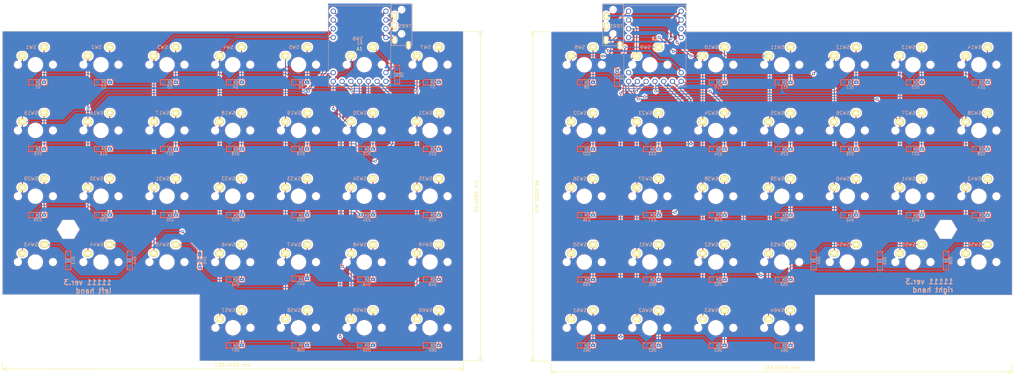
<source format=kicad_pcb>
(kicad_pcb (version 20221018) (generator pcbnew)
  (layers (0 "F.Cu" signal) (31 "B.Cu" signal) (34 "B.Paste" user) (35 "F.Paste" user) (36 "B.SilkS" user "B.Silkscreen") (37 "F.SilkS" user "F.Silkscreen") (38 "B.Mask" user) (39 "F.Mask" user) (44 "Edge.Cuts" user))
  (net 0 "")
  (net 1 "Row0")
  (net 2 "Net-(D1-A)")
  (net 3 "Net-(D2-A)")
  (net 4 "Net-(D3-A)")
  (net 5 "Net-(D4-A)")
  (net 6 "Net-(D5-A)")
  (net 7 "Net-(D6-A)")
  (net 8 "Net-(D7-A)")
  (net 9 "Row5")
  (net 10 "Net-(D8-A)")
  (net 11 "Net-(D9-A)")
  (net 12 "Net-(D10-A)")
  (net 13 "Net-(D11-A)")
  (net 14 "Net-(D12-A)")
  (net 15 "Net-(D13-A)")
  (net 16 "Net-(D14-A)")
  (net 17 "Row1")
  (net 18 "Net-(D15-A)")
  (net 19 "Net-(D16-A)")
  (net 20 "Net-(D17-A)")
  (net 21 "Net-(D18-A)")
  (net 22 "Net-(D19-A)")
  (net 23 "Net-(D20-A)")
  (net 24 "Net-(D21-A)")
  (net 25 "Row6")
  (net 26 "Net-(D22-A)")
  (net 27 "Net-(D23-A)")
  (net 28 "Net-(D24-A)")
  (net 29 "Net-(D25-A)")
  (net 30 "Net-(D26-A)")
  (net 31 "Net-(D27-A)")
  (net 32 "Net-(D28-A)")
  (net 33 "Row2")
  (net 34 "Net-(D29-A)")
  (net 35 "Net-(D30-A)")
  (net 36 "Net-(D31-A)")
  (net 37 "Net-(D32-A)")
  (net 38 "Net-(D33-A)")
  (net 39 "Net-(D34-A)")
  (net 40 "Net-(D35-A)")
  (net 41 "Row7")
  (net 42 "Net-(D36-A)")
  (net 43 "Net-(D37-A)")
  (net 44 "Net-(D38-A)")
  (net 45 "Net-(D39-A)")
  (net 46 "Net-(D40-A)")
  (net 47 "Net-(D41-A)")
  (net 48 "Net-(D42-A)")
  (net 49 "Row3")
  (net 50 "Net-(D43-A)")
  (net 51 "Net-(D44-A)")
  (net 52 "Net-(D45-A)")
  (net 53 "Net-(D46-A)")
  (net 54 "Net-(D47-A)")
  (net 55 "Net-(D48-A)")
  (net 56 "Net-(D49-A)")
  (net 57 "Row8")
  (net 58 "Net-(D50-A)")
  (net 59 "Net-(D51-A)")
  (net 60 "Net-(D52-A)")
  (net 61 "Net-(D53-A)")
  (net 62 "Net-(D54-A)")
  (net 63 "Net-(D55-A)")
  (net 64 "Net-(D56-A)")
  (net 65 "Row4")
  (net 66 "Net-(D57-A)")
  (net 67 "Net-(D58-A)")
  (net 68 "Net-(D59-A)")
  (net 69 "Row9")
  (net 70 "Net-(D60-A)")
  (net 71 "Net-(D61-A)")
  (net 72 "Net-(D62-A)")
  (net 73 "DataLeft")
  (net 74 "GND")
  (net 75 "VCC")
  (net 77 "DataRight")
  (net 78 "VDD")
  (net 80 "Col0")
  (net 81 "Col1")
  (net 82 "Col2")
  (net 83 "Col3")
  (net 84 "Col4")
  (net 85 "Col5")
  (net 86 "Col6")
  (net 87 "Col7")
  (net 88 "Col8")
  (net 89 "Col9")
  (net 90 "Col10")
  (net 91 "Col11")
  (net 92 "Col12")
  (net 93 "Col13")
  (net 94 "GNDA")
  (net 95 "Net-(D63-A)")
  (net 96 "Net-(D64-A)")
  (footprint "Salicylic-acid3_kbd_Parts:Diode_SMD" (layer "F.Cu") (at 293.680987 62.482)
    (fp_text reference "D27")
    (fp_text value "1N4148W" hide)
  )
  (footprint "Salicylic-acid3_kbd_SW:CherryMX_Solder_1u" (layer "F.Cu") (at 292.915987 38.062)
    (fp_text reference "SW13")
    (fp_text value "SW_Push" hide)
  )
  (footprint "Salicylic-acid3_kbd_SW:CherryMX_Solder_1u" (layer "F.Cu") (at 95.885 95.2338)
    (fp_text reference "SW46")
    (fp_text value "SW_Push" hide)
  )
  (footprint "Salicylic-acid3_kbd_Parts:Diode_SMD" (layer "F.Cu") (at 255.700987 81.612)
    (fp_text reference "D39")
    (fp_text value "1N4148W" hide)
  )
  (footprint "Salicylic-acid3_kbd_Parts:Diode_SMD" (layer "F.Cu") (at 198.450987 62.482)
    (fp_text reference "D22")
    (fp_text value "1N4148W" hide)
  )
  (footprint "Salicylic-acid3_kbd_Parts:Diode_SMD" (layer "F.Cu") (at 115.655 81.59)
    (fp_text reference "D33")
    (fp_text value "1N4148W" hide)
  )
  (footprint "Salicylic-acid3_kbd_Parts:Diode_SMD" (layer "F.Cu") (at 48.265 94.745 90)
    (fp_text reference "D43")
    (fp_text value "1N4148W" hide)
  )
  (footprint "Salicylic-acid3_kbd_Parts:Diode_SMD" (layer "F.Cu") (at 153.8 119.34)
    (fp_text reference "D60")
    (fp_text value "1N4148W" hide)
  )
  (footprint "Salicylic-acid3_kbd_Parts:Diode_SMD" (layer "F.Cu") (at 236.585987 100.292)
    (fp_text reference "D52")
    (fp_text value "1N4148W" hide)
  )
  (footprint "Salicylic-acid3_kbd_Parts:Diode_SMD" (layer "F.Cu") (at 312.765987 62.482)
    (fp_text reference "D28")
    (fp_text value "1N4148W" hide)
  )
  (footprint "Salicylic-acid3_kbd_SW:CherryMX_Solder_1u" (layer "F.Cu") (at 197.715987 38.062)
    (fp_text reference "SW8")
    (fp_text value "SW_Push" hide)
  )
  (footprint "Salicylic-acid3_kbd_Parts:Diode_SMD" (layer "F.Cu") (at 96.715 62.46)
    (fp_text reference "D18")
    (fp_text value "1N4148W" hide)
  )
  (footprint "Salicylic-acid3_kbd_Parts:Diode_SMD" (layer "F.Cu") (at 312.765987 81.612)
    (fp_text reference "D42")
    (fp_text value "1N4148W" hide)
  )
  (footprint "Salicylic-acid3_kbd_Parts:Diode_SMD" (layer "F.Cu") (at 274.725987 62.482)
    (fp_text reference "D26")
    (fp_text value "1N4148W" hide)
  )
  (footprint "Salicylic-acid3_kbd_Parts:Diode_SMD" (layer "F.Cu") (at 58.515 62.46)
    (fp_text reference "D16")
    (fp_text value "1N4148W" hide)
  )
  (footprint "Salicylic-acid3_kbd_Parts:Diode_SMD" (layer "F.Cu") (at 312.765987 43.162)
    (fp_text reference "D14")
    (fp_text value "1N4148W" hide)
  )
  (footprint "Salicylic-acid3_kbd_SW:CherryMX_Solder_1u" (layer "F.Cu") (at 273.915987 95.212)
    (fp_text reference "SW54")
    (fp_text value "SW_Push" hide)
  )
  (footprint "Salicylic-acid3_kbd_Parts:Diode_SMD" (layer "F.Cu") (at 143.51 40.9448 90)
    (fp_text reference "D6")
    (fp_text value "1N4148W" hide)
  )
  (footprint "Salicylic-acid3_kbd_SW:CherryMX_Solder_1u" (layer "F.Cu") (at 197.715987 114.262)
    (fp_text reference "SW61")
    (fp_text value "SW_Push" hide)
  )
  (footprint "Salicylic-acid3_kbd_SW:CherryMX_Solder_1u" (layer "F.Cu") (at 273.915987 57.112)
    (fp_text reference "SW26")
    (fp_text value "SW_Push" hide)
  )
  (footprint "Salicylic-acid3_kbd_SW:CherryMX_Solder_1u" (layer "F.Cu") (at 197.715987 57.112)
    (fp_text reference "SW22")
    (fp_text value "SW_Push" hide)
  )
  (footprint "Salicylic-acid3_kbd_Parts:Diode_SMD" (layer "F.Cu") (at 293.680987 81.612)
    (fp_text reference "D41")
    (fp_text value "1N4148W" hide)
  )
  (footprint "Salicylic-acid3_kbd_Parts:Diode_SMD" (layer "F.Cu") (at 274.725987 81.612)
    (fp_text reference "D40")
    (fp_text value "1N4148W" hide)
  )
  (footprint "Salicylic-acid3_kbd_Parts:Diode_SMD" (layer "F.Cu") (at 77.665 62.46)
    (fp_text reference "D17")
    (fp_text value "1N4148W" hide)
  )
  (footprint "Salicylic-acid3_kbd_Parts:Diode_SMD" (layer "F.Cu") (at 302.5 94.765 90)
    (fp_text reference "D56")
    (fp_text value "1N4148W" hide)
  )
  (footprint "Salicylic-acid3_kbd_Parts:TRRS_MJ-4PP-9" (layer "F.Cu") (at 144.8182 26.6)
    (fp_text reference "J1")
    (fp_text value "TRRS_MJ-4PP-9" hide)
  )
  (footprint "Salicylic-acid3_kbd_Parts:Diode_SMD" (layer "F.Cu") (at 153.8 62.46)
    (fp_text reference "D21")
    (fp_text value "1N4148W" hide)
  )
  (footprint "Salicylic-acid3_kbd_SW:CherryMX_Solder_1u" (layer "F.Cu") (at 133.985 76.14)
    (fp_text reference "SW34")
    (fp_text value "SW_Push" hide)
  )
  (footprint "Salicylic-acid3_kbd_SW:CherryMX_Solder_1u" (layer "F.Cu") (at 38.735 57.09)
    (fp_text reference "SW15")
    (fp_text value "SW_Push" hide)
  )
  (footprint "Salicylic-acid3_kbd_Parts:Diode_SMD" (layer "F.Cu") (at 236.585987 81.612)
    (fp_text reference "D38")
    (fp_text value "1N4148W" hide)
  )
  (footprint "Salicylic-acid3_kbd_SW:CherryMX_Solder_1u" (layer "F.Cu") (at 216.715987 114.262)
    (fp_text reference "SW62")
    (fp_text value "SW_Push" hide)
  )
  (footprint "Salicylic-acid3_kbd_SW:CherryMX_Solder_1u" (layer "F.Cu") (at 216.715987 57.112)
    (fp_text reference "SW23")
    (fp_text value "SW_Push" hide)
  )
  (footprint "Salicylic-acid3_kbd_SW:CherryMX_Solder_1u" (layer "F.Cu") (at 76.835 95.2084)
    (fp_text reference "SW45")
    (fp_text value "SW_Push" hide)
  )
  (footprint "Salicylic-acid3_kbd_SW:CherryMX_Solder_1u" (layer "F.Cu") (at 95.945 114.24)
    (fp_text reference "SW57")
    (fp_text value "SW_Push" hide)
  )
  (footprint "Salicylic-acid3_kbd_SW:CherryMX_Solder_1u" (layer "F.Cu") (at 38.735 38.04)
    (fp_text reference "SW1")
    (fp_text value "SW_Push" hide)
  )
  (footprint "Salicylic-acid3_kbd_Parts:Diode_SMD" (layer "F.Cu") (at 255.700987 100.292)
    (fp_text reference "D53")
    (fp_text value "1N4148W" hide)
  )
  (footprint "Salicylic-acid3_kbd_Parts:Diode_SMD" (layer "F.Cu") (at 207.2162 41.653 90)
    (fp_text reference "D9")
    (fp_text value "1N4148W" hide)
  )
  (footprint "Salicylic-acid3_kbd_SW:CherryMX_Solder_1u" (layer "F.Cu") (at 273.915987 38.062)
    (fp_text reference "SW12")
    (fp_text value "SW_Push" hide)
  )
  (footprint "Salicylic-acid3_kbd_SW:CherryMX_Solder_1u" (layer "F.Cu") (at 114.935 114.24)
    (fp_text reference "SW58")
    (fp_text value "SW_Push" hide)
  )
  (footprint "Salicylic-acid3_kbd_SW:CherryMX_Solder_1u" (layer "F.Cu") (at 57.715 57.09)
    (fp_text reference "SW16")
    (fp_text value "SW_Push" hide)
  )
  (footprint "Salicylic-acid3_kbd_Parts:Diode_SMD" (layer "F.Cu") (at 115.655 119.34)
    (fp_text reference "D58")
    (fp_text value "1N4148W" hide)
  )
  (footprint "Salicylic-acid3_kbd_SW:CherryMX_Solder_1u" (layer "F.Cu") (at 273.915987 76.162)
    (fp_text reference "SW40")
    (fp_text value "SW_Push" hide)
  )
  (footprint "Salicylic-acid3_kbd_Parts:Diode_SMD" (layer "F.Cu") (at 283.38 94.865 90)
    (fp_text reference "D55")
    (fp_text value "1N4148W" hide)
  )
  (footprint "Salicylic-acid3_kbd_Parts:Diode_SMD" (layer "F.Cu") (at 96.715 81.59)
    (fp_text reference "D32")
    (fp_text value "1N4148W" hide)
  )
  (footprint "Salicylic-acid3_kbd_SW:CherryMX_Solder_1u" (layer "F.Cu") (at 114.935 57.09)
    (fp_text reference "SW19")
    (fp_text value "SW_Push" hide)
  )
  (footprint "Salicylic-acid3_kbd_Parts:Diode_SMD" (layer "F.Cu") (at 153.8 81.59)
    (fp_text reference "D35")
    (fp_text value "1N4148W" hide)
  )
  (footprint "Salicylic-acid3_kbd_Parts:Diode_SMD" (layer "F.Cu") (at 96.715 100.27)
    (fp_text reference "D46")
    (fp_text value "1N4148W" hide)
  )
  (footprint "Salicylic-acid3_kbd_Parts:Diode_SMD" (layer "F.Cu") (at 134.725 81.59)
    (fp_text reference "D34")
    (fp_text value "1N4148W" hide)
  )
  (footprint "Salicylic-acid3_kbd_Parts:Diode_SMD" (layer "F.Cu") (at 198.450987 81.612)
    (fp_text reference "D36")
    (fp_text value "1N4148W" hide)
  )
  (footprint "Salicylic-acid3_kbd_SW:CherryMX_Solder_1u" (layer "F.Cu") (at 38.735 95.2084)
    (fp_text reference "SW43")
    (fp_text value "SW_Push" hide)
  )
  (footprint "Salicylic-acid3_kbd_Parts:Diode_SMD" (layer "F.Cu") (at 217.500987 119.362)
    (fp_text reference "D62")
    (fp_text value "1N4148W" hide)
  )
  (footprint "Salicylic-acid3_kbd_Parts:Diode_SMD" (layer "F.Cu") (at 293.680987 43.162)
    (fp_text reference "D13")
    (fp_text value "1N4148W" hide)
  )
  (footprint "Salicylic-acid3_kbd_SW:CherryMX_Solder_1u" (layer "F.Cu") (at 254.915987 95.212)
    (fp_text reference "SW53")
    (fp_text value "SW_Push" hide)
  )
  (footprint "Salicylic-acid3_kbd_Parts:Diode_SMD" (layer "F.Cu") (at 264.16 94.765 90)
    (fp_text reference "D54")
    (fp_text value "1N4148W" hide)
  )
  (footprint "Salicylic-acid3_kbd_SW:CherryMX_Solder_1u" (layer "F.Cu") (at 114.935 95.2338)
    (fp_text reference "SW47")
    (fp_text value "SW_Push" hide)
  )
  (footprint "Salicylic-acid3_kbd_Parts:Diode_SMD" (layer "F.Cu") (at 58.515 43.14)
    (fp_text reference "D2")
    (fp_text value "1N4148W" hide)
  )
  (footprint "Salicylic-acid3_kbd_Parts:Diode_SMD" (layer "F.Cu") (at 255.700987 119.362)
    (fp_text reference "D64")
    (fp_text value "1N4148W" hide)
  )
  (footprint "Salicylic-acid3_kbd_SW:CherryMX_Solder_1u" (layer "F.Cu") (at 153.035 76.14)
    (fp_text reference "SW35")
    (fp_text value "SW_Push" hide)
  )
  (footprint "Salicylic-acid3_kbd_SW:CherryMX_Solder_1u" (layer "F.Cu") (at 312.015987 57.112)
    (fp_text reference "SW28")
    (fp_text value "SW_Push" hide)
  )
  (footprint "Salicylic-acid3_kbd_SW:CherryMX_Solder_1u" (layer "F.Cu") (at 216.715987 95.212)
    (fp_text reference "SW51")
    (fp_text value "SW_Push" hide)
  )
  (footprint "Salicylic-acid3_kbd_Parts:Diode_SMD" (layer "F.Cu") (at 217.500987 62.482)
    (fp_text reference "D23")
    (fp_text value "1N4148W" hide)
  )
  (footprint "Salicylic-acid3_kbd_SW:CherryMX_Solder_1u" (layer "F.Cu") (at 216.715987 76.162)
    (fp_text reference "SW37")
    (fp_text value "SW_Push" hide)
  )
  (footprint "Salicylic-acid3_kbd_SW:CherryMX_Solder_1u" (layer "F.Cu") (at 312.015987 95.212)
    (fp_text reference "SW56")
    (fp_text value "SW_Push" hide)
  )
  (footprint "Salicylic-acid3_kbd_Parts:Diode_SMD" (layer "F.Cu") (at 77.665 81.59)
    (fp_text reference "D31")
    (fp_text value "1N4148W" hide)
  )
  (footprint "Salicylic-acid3_kbd_SW:CherryMX_Solder_1u" (layer "F.Cu") (at 57.715 76.14)
    (fp_text reference "SW30")
    (fp_text value "SW_Push" hide)
  )
  (footprint "Salicylic-acid3_kbd_Parts:Diode_SMD" (layer "F.Cu") (at 134.725 119.34)
    (fp_text reference "D59")
    (fp_text value "1N4148W" hide)
  )
  (footprint "Salicylic-acid3_kbd_SW:CherryMX_Solder_1u" (layer "F.Cu") (at 114.935 76.14)
    (fp_text reference "SW33")
    (fp_text value "SW_Push" hide)
  )
  (footprint "Salicylic-acid3_kbd_Parts:Diode_SMD" (layer "F.Cu") (at 236.585987 119.362)
    (fp_text reference "D63")
    (fp_text value "1N4148W" hide)
  )
  (footprint "Salicylic-acid3_kbd_SW:CherryMX_Solder_1u" (layer "F.Cu") (at 216.715987 38.062)
    (fp_text reference "SW9")
    (fp_text value "SW_Push" hide)
  )
  (footprint "Salicylic-acid3_kbd_Parts:Diode_SMD" (layer "F.Cu") (at 115.655 43.14)
    (fp_text reference "D5")
    (fp_text value "1N4148W" hide)
  )
  (footprint "Salicylic-acid3_kbd_Parts:Diode_SMD" (layer "F.Cu") (at 96.715 43.14)
    (fp_text reference "D4")
    (fp_text value "1N4148W" hide)
  )
  (footprint "Salicylic-acid3_kbd_SW:CherryMX_Solder_1u" (layer "F.Cu") (at 292.915987 57.112)
    (fp_text reference "SW27")
    (fp_text value "SW_Push" hide)
  )
  (footprint "Salicylic-acid3_kbd_SW:CherryMX_Solder_1u" (layer "F.Cu") (at 312.015987 38.062)
    (fp_text reference "SW14")
    (fp_text value "SW_Push" hide)
  )
  (footprint "Salicylic-acid3_kbd_SW:CherryMX_Solder_1u" (layer "F.Cu") (at 197.715987 95.212)
    (fp_text reference "SW50")
    (fp_text value "SW_Push" hide)
  )
  (footprint "Salicylic-acid3_kbd_Parts:Diode_SMD" (layer "F.Cu") (at 153.8 43.14)
    (fp_text reference "D7")
    (fp_text value "1N4148W" hide)
  )
  (footprint "Salicylic-acid3_kbd_SW:CherryMX_Solder_1u" (layer "F.Cu") (at 235.815987 76.162)
    (fp_text reference "SW38")
    (fp_text value "SW_Push" hide)
  )
  (footprint "Salicylic-acid3_kbd_SW:CherryMX_Solder_1u" (layer "F.Cu") (at 254.915987 38.062)
    (fp_text reference "SW11")
    (fp_text value "SW_Push" hide)
  )
  (footprint "Salicylic-acid3_kbd_SW:CherryMX_Solder_1u" (layer "F.Cu") (at 133.985 38.04)
    (fp_text reference "SW6")
    (fp_text value "SW_Push" hide)
  )
  (footprint "Salicylic-acid3_kbd_SW:CherryMX_Solder_1u" (layer "F.Cu") (at 57.715 95.2084)
    (fp_text reference "SW44")
    (fp_text value "SW_Push" hide)
  )
  (footprint "keyboard_parts:m3_Spacer_Hole_hex" (layer "F.Cu") (at 302.46 85.77)
    (fp_text reference "REF**" hide)
    (fp_text value "m3_Spacer_Hole_hex" hide)
    (fp_line (start -3.3166 0) (end -1.6583 2.75) (stroke (width 0.05)) (layer "Edge.Cuts"))
    (fp_line (start -1.6583 -2.75) (end -3.3166 0) (stroke (width 0.05)) (layer "Edge.Cuts"))
    (fp_line (start 1.6583 -2.75) (end -1.6583 -2.75) (stroke (width 0.05)) (layer "Edge.Cuts"))
    (fp_line (start 1.6583 -2.75) (end 3.3166 0) (stroke (width 0.05)) (layer "Edge.Cuts"))
    (fp_line (start 1.6583 2.75) (end -1.6583 2.75) (stroke (width 0.05)) (layer "Edge.Cuts"))
    (fp_line (start 3.3166 0) (end 1.6583 2.75) (stroke (width 0.05)) (layer "Edge.Cuts"))
  )
  (footprint "Salicylic-acid3_kbd_Parts:Diode_SMD" (layer "F.Cu") (at 198.450987 100.292)
    (fp_text reference "D50")
    (fp_text value "1N4148W" hide)
  )
  (footprint "Salicylic-acid3_kbd_SW:CherryMX_Solder_1u" (layer "F.Cu") (at 235.815987 95.212)
    (fp_text reference "SW52")
    (fp_text value "SW_Push" hide)
  )
  (footprint "Salicylic-acid3_kbd_Parts:Diode_SMD" (layer "F.Cu") (at 96.715 119.34)
    (fp_text reference "D57")
    (fp_text value "1N4148W" hide)
  )
  (footprint "Salicylic-acid3_kbd_Parts:Diode_SMD" (layer "F.Cu") (at 66.04 94.745 90)
    (fp_text reference "D44")
    (fp_text value "1N4148W" hide)
  )
  (footprint "Salicylic-acid3_kbd_Parts:Diode_SMD" (layer "F.Cu") (at 134.725 62.46)
    (fp_text reference "D20")
    (fp_text value "1N4148W" hide)
  )
  (footprint "Salicylic-acid3_kbd_SW:CherryMX_Solder_1u" (layer "F.Cu") (at 153.035 95.19)
    (fp_text reference "SW49")
    (fp_text value "SW_Push" hide)
  )
  (footprint "Salicylic-acid3_kbd_SW:CherryMX_Solder_1u" (layer "F.Cu") (at 153.035 57.09)
    (fp_text reference "SW21")
    (fp_text value "SW_Push" hide)
  )
  (footprint "Salicylic-acid3_kbd_Parts:Diode_SMD" (layer "F.Cu") (at 58.515 81.59)
    (fp_text reference "D30")
    (fp_text value "1N4148W" hide)
  )
  (footprint "Salicylic-acid3_kbd_Parts:Diode_SMD" (layer "F.Cu") (at 236.585987 43.162)
    (fp_text reference "D10")
    (fp_text value "1N4148W" hide)
  )
  (footprint "Salicylic-acid3_kbd_Parts:Diode_SMD" (layer "F.Cu") (at 153.8 100.27)
    (fp_text reference "D49")
    (fp_text value "1N4148W" hide)
  )
  (footprint "Salicylic-acid3_kbd_SW:CherryMX_Solder_1u" (layer "F.Cu") (at 38.735 76.14)
    (fp_text reference "SW29")
    (fp_text value "SW_Push" hide)
  )
  (footprint "Salicylic-acid3_kbd_SW:CherryMX_Solder_1u" (layer "F.Cu") (at 95.885 38.04)
    (fp_text reference "SW4")
    (fp_text value "SW_Push" hide)
  )
  (footprint "Salicylic-acid3_kbd_Parts:Diode_SMD" (layer "F.Cu") (at 86.36 94.745 90)
    (fp_text reference "D45")
    (fp_text value "1N4148W" hide)
  )
  (footprint "Salicylic-acid3_kbd_Parts:Diode_SMD" (layer "F.Cu") (at 115.655 62.46)
    (fp_text reference "D19")
    (fp_text value "1N4148W" hide)
  )
  (footprint "Salicylic-acid3_kbd_SW:CherryMX_Solder_1u" (layer "F.Cu") (at 254.915987 76.162)
    (fp_text reference "SW39")
    (fp_text value "SW_Push" hide)
  )
  (footprint "Salicylic-acid3_kbd_SW:CherryMX_Solder_1u" (layer "F.Cu") (at 133.985 114.24)
    (fp_text reference "SW59")
    (fp_text value "SW_Push" hide)
  )
  (footprint "Salicylic-acid3_kbd_SW:CherryMX_Solder_1u" (layer "F.Cu") (at 133.985 57.09)
    (fp_text reference "SW20")
    (fp_text value "SW_Push" hide)
  )
  (footprint "Salicylic-acid3_kbd_Parts:Diode_SMD" (layer "F.Cu") (at 198.450987 119.362)
    (fp_text reference "D61")
    (fp_text value "1N4148W" hide)
  )
  (footprint "Salicylic-acid3_kbd_SW:CherryMX_Solder_1u" (layer "F.Cu") (at 95.885 76.14)
    (fp_text reference "SW32")
    (fp_text value "SW_Push" hide)
  )
  (footprint "Salicylic-acid3_kbd_SW:CherryMX_Solder_1u" (layer "F.Cu") (at 292.915987 95.212)
    (fp_text reference "SW55")
    (fp_text value "SW_Push" hide)
  )
  (footprint "Salicylic-acid3_kbd_SW:CherryMX_Solder_1u" (layer "F.Cu") (at 57.715 38.04)
    (fp_text reference "SW2")
    (fp_text value "SW_Push" hide)
  )
  (footprint "Salicylic-acid3_kbd_SW:CherryMX_Solder_1u" (layer "F.Cu") (at 76.835 38.04)
    (fp_text reference "SW3")
    (fp_text value "SW_Push" hide)
  )
  (footprint "Salicylic-acid3_kbd_SW:CherryMX_Solder_1u" (layer "F.Cu") (at 153.035 38.04)
    (fp_text reference "SW7")
    (fp_text value "SW_Push" hide)
  )
  (footprint "Salicylic-acid3_kbd_SW:CherryMX_Solder_1u" (layer "F.Cu") (at 235.815987 57.112)
    (fp_text reference "SW24")
    (fp_text value "SW_Push" hide)
  )
  (footprint "Salicylic-acid3_kbd_Parts:Diode_SMD" (layer "F.Cu") (at 217.500987 100.292)
    (fp_text reference "D51")
    (fp_text value "1N4148W" hide)
  )
  (footprint "Salicylic-acid3_kbd_SW:CherryMX_Solder_1u" (layer "F.Cu") (at 76.835 57.09)
    (fp_text reference "SW17")
    (fp_text value "SW_Push" hide)
  )
  (footprint "Salicylic-acid3_kbd_SW:CherryMX_Solder_1u" (layer "F.Cu") (at 254.915987 57.112)
    (fp_text reference "SW25")
    (fp_text value "SW_Push" hide)
  )
  (footprint "Salicylic-acid3_kbd_Parts:TRRS_MJ-4PP-9" (layer "F.Cu") (at 206.0688 26.62)
    (fp_text reference "J2")
    (fp_text value "TRRS_MJ-4PP-9" hide)
  )
  (footprint "Salicylic-acid3_kbd_Parts:Diode_SMD" (layer "F.Cu") (at 77.665 43.14)
    (fp_text reference "D3")
    (fp_text value "1N4148W" hide)
  )
  (footprint "Salicylic-acid3_kbd_Parts:Diode_SMD" (layer "F.Cu") (at 236.585987 62.482)
    (fp_text reference "D24")
    (fp_text value "1N4148W" hide)
  )
  (footprint "Salicylic-acid3_kbd_SW:CherryMX_Solder_1u" (layer "F.Cu") (at 133.985 95.2338)
    (fp_text reference "SW48")
    (fp_text value "SW_Push" hide)
  )
  (footprint "Salicylic-acid3_kbd_Parts:Diode_SMD" (layer "F.Cu") (at 255.700987 62.482)
    (fp_text reference "D25")
    (fp_text value "1N4148W" hide)
  )
  (footprint "Salicylic-acid3_kbd_Parts:Diode_SMD" (layer "F.Cu") (at 134.725 100.27)
    (fp_text reference "D48")
    (fp_text value "1N4148W" hide)
  )
  (footprint "Salicylic-acid3_kbd_SW:CherryMX_Solder_1u" (layer "F.Cu") (at 235.815987 38.062)
    (fp_text reference "SW10")
    (fp_text value "SW_Push" hide)
  )
  (footprint "Salicylic-acid3_kbd_SW:CherryMX_Solder_1u" (layer "F.Cu") (at 153.035 114.24)
    (fp_text reference "SW60")
    (fp_text value "SW_Push" hide)
  )
  (footprint "Salicylic-acid3_kbd_SW:CherryMX_Solder_1u" (layer "F.Cu") (at 95.885 57.09)
    (fp_text reference "SW18")
    (fp_text value "SW_Push" hide)
  )
  (footprint "Salicylic-acid3_kbd_Parts:Diode_SMD" (layer "F.Cu") (at 198.450987 43.162)
    (fp_text reference "D8")
    (fp_text value "1N4148W" hide)
  )
  (footprint "Salicylic-acid3_kbd_Parts:Diode_SMD" (layer "F.Cu") (at 115.655 100.02)
    (fp_text reference "D47")
    (fp_text value "1N4148W" hide)
  )
  (footprint "Salicylic-acid3_kbd_Parts:Diode_SMD" (layer "F.Cu") (at 39.465 81.59)
    (fp_text reference "D29")
    (fp_text value "1N4148W" hide)
  )
  (footprint "keyboard_parts:m3_Spacer_Hole_hex" (layer "F.Cu") (at 48.26 85.75)
    (fp_text reference "REF**" hide)
    (fp_text value "m3_Spacer_Hole_hex" hide)
    (fp_line (start -3.3166 0) (end -1.6583 2.75) (stroke (width 0.05)) (layer "Edge.Cuts"))
    (fp_line (start -1.6583 -2.75) (end -3.3166 0) (stroke (width 0.05)) (layer "Edge.Cuts"))
    (fp_line (start 1.6583 -2.75) (end -1.6583 -2.75) (stroke (width 0.05)) (layer "Edge.Cuts"))
    (fp_line (start 1.6583 -2.75) (end 3.3166 0) (stroke (width 0.05)) (layer "Edge.Cuts"))
    (fp_line (start 1.6583 2.75) (end -1.6583 2.75) (stroke (width 0.05)) (layer "Edge.Cuts"))
    (fp_line (start 3.3166 0) (end 1.6583 2.75) (stroke (width 0.05)) (layer "Edge.Cuts"))
  )
  (footprint "Salicylic-acid3_kbd_SW:CherryMX_Solder_1u" (layer "F.Cu") (at 254.915987 114.262)
    (fp_text reference "SW64")
    (fp_text value "SW_Push" hide)
  )
  (footprint "Salicylic-acid3_kbd_Parts:Diode_SMD" (layer "F.Cu") (at 217.500987 81.612)
    (fp_text reference "D37")
    (fp_text value "1N4148W" hide)
  )
  (footprint "Salicylic-acid3_kbd_Parts:Diode_SMD" (layer "F.Cu") (at 274.725987 43.162)
    (fp_text reference "D12")
    (fp_text value "1N4148W" hide)
  )
  (footprint "Salicylic-acid3_kbd_SW:CherryMX_Solder_1u" (layer "F.Cu") (at 292.915987 76.162)
    (fp_text reference "SW41")
    (fp_text value "SW_Push" hide)
  )
  (footprint "Salicylic-acid3_kbd_SW:CherryMX_Solder_1u" (layer "F.Cu") (at 312.015987 76.162)
    (fp_text reference "SW42")
    (fp_text value "SW_Push" hide)
  )
  (footprint "Salicylic-acid3_kbd_Parts:Diode_SMD" (layer "F.Cu") (at 255.700987 43.162)
    (fp_text reference "D11")
    (fp_text value "1N4148W" hide)
  )
  (footprint "Salicylic-acid3_kbd_SW:CherryMX_Solder_1u" (layer "F.Cu") (at 76.835 76.14)
    (fp_text reference "SW31")
    (fp_text value "SW_Push" hide)
  )
  (footprint "Salicylic-acid3_kbd_SW:CherryMX_Solder_1u" (layer "F.Cu") (at 197.715987 76.162)
    (fp_text reference "SW36")
    (fp_text value "SW_Push" hide)
  )
  (footprint "Salicylic-acid3_kbd_Parts:Diode_SMD" (layer "F.Cu") (at 39.465 62.46)
    (fp_text reference "D15")
    (fp_text value "1N4148W" hide)
  )
  (footprint "Salicylic-acid3_kbd_Parts:Diode_SMD" (layer "F.Cu") (at 39.465 43.14)
    (fp_text reference "D1")
    (fp_text value "1N4148W" hide)
  )
  (footprint "Salicylic-acid3_kbd_SW:CherryMX_Solder_1u" (layer "F.Cu") (at 114.935 38.04)
    (fp_text reference "SW5")
    (fp_text value "SW_Push" hide)
  )
  (footprint "Salicylic-acid3_kbd_SW:CherryMX_Solder_1u" (layer "F.Cu") (at 235.815987 114.262)
    (fp_text reference "SW63")
    (fp_text value "SW_Push" hide)
  )
  (footprint "RP2040-zero:RP2040-Zero_through_hole_omit" (layer "B.Cu") (at 132.6388 32.7152 180)
    (fp_text reference "A1")
    (fp_text value "RP2040-Zero" hide)
  )
  (footprint "RP2040-zero:RP2040-Zero_through_hole_omit" (layer "B.Cu") (at 218.186 32.7152 180)
    (fp_text reference "A2")
    (fp_text value "RP2040-Zero" hide)
  )
  (gr_line (start 202.9124 28.5) (end 202.9124 20.34) (stroke (width 0.1)) (layer "Edge.Cuts"))
  (gr_line (start 147.9296 28.4) (end 162.64 28.4) (stroke (width 0.1)) (layer "Edge.Cuts"))
  (gr_line (start 188.2 123.9) (end 264.541 123.9) (stroke (width 0.1)) (layer "Edge.Cuts"))
  (gr_line (start 162.64 123.8) (end 86.299 123.8) (stroke (width 0.1)) (layer "Edge.Cuts"))
  (gr_line (start 227.3046 20.34) (end 227.3046 28.5) (stroke (width 0.1)) (layer "Edge.Cuts"))
  (gr_line (start 202.9124 20.34) (end 227.3046 20.34) (stroke (width 0.1)) (layer "Edge.Cuts"))
  (gr_line (start 264.541 104.7496) (end 321.64 104.7496) (stroke (width 0.1)) (layer "Edge.Cuts"))
  (gr_line (start 321.64 28.5) (end 321.64 104.7496) (stroke (width 0.1)) (layer "Edge.Cuts"))
  (gr_line (start 123.5118 20.32) (end 123.5118 28.4) (stroke (width 0.1)) (layer "Edge.Cuts"))
  (gr_line (start 147.9296 20.32) (end 147.9296 28.4) (stroke (width 0.1)) (layer "Edge.Cuts"))
  (gr_line (start 227.3046 28.5) (end 321.64 28.5) (stroke (width 0.1)) (layer "Edge.Cuts"))
  (gr_line (start 86.299 123.8) (end 86.299 104.6242) (stroke (width 0.1)) (layer "Edge.Cuts"))
  (gr_line (start 188.2 123.9) (end 188.2 28.5) (stroke (width 0.1)) (layer "Edge.Cuts"))
  (gr_line (start 162.64 28.4) (end 162.64 123.8) (stroke (width 0.1)) (layer "Edge.Cuts"))
  (gr_line (start 29.2 28.4) (end 123.5118 28.4) (stroke (width 0.1)) (layer "Edge.Cuts"))
  (gr_line (start 86.299 104.6242) (end 29.2 104.6242) (stroke (width 0.1)) (layer "Edge.Cuts"))
  (gr_line (start 264.541 104.7496) (end 264.541 123.9) (stroke (width 0.1)) (layer "Edge.Cuts"))
  (gr_line (start 188.2 28.5) (end 202.9124 28.5) (stroke (width 0.1)) (layer "Edge.Cuts"))
  (gr_line (start 29.2 28.4) (end 29.2 104.6242) (stroke (width 0.1)) (layer "Edge.Cuts"))
  (gr_line (start 123.5118 20.32) (end 147.9296 20.32) (stroke (width 0.1)) (layer "Edge.Cuts"))
  (gr_text "11111 ver.3\nleft hand" (at 60.96 104.394) (layer "B.SilkS") (effects (font (size 1.5 1.5) (thickness 0.3) bold) (justify left bottom mirror)))
  (gr_text "11111 ver.3\nright hand" (at 304.8 104.14) (layer "B.SilkS") (effects (font (size 1.5 1.5) (thickness 0.3) bold) (justify left bottom mirror)))
  (dimension (type aligned) (layer "F.SilkS") (pts (xy 188.16 28.5) (xy 188.2 123.9)) (height 5.383284) (gr_text "3755.9058 mils" (at 183.946716 76.201775 270.0240234) (layer "F.SilkS") (effects (font (size 1 1) (thickness 0.15)))) (format (prefix "") (suffix "") (units 3) (units_format 1) (precision 4)) (style (thickness 0.15) (arrow_length 1.27) (text_position_mode 0) (extension_height 0.58642) (extension_offset 0.5) keep_text_aligned))
  (dimension (type aligned) (layer "F.SilkS") (pts (xy 29.2 123.75) (xy 162.64 123.8)) (height 2.3873) (gr_text "5253.5437 mils" (at 95.919536 125.0123 359.9785313) (layer "F.SilkS") (effects (font (size 1 1) (thickness 0.15)))) (format (prefix "") (suffix "") (units 3) (units_format 1) (precision 4)) (style (thickness 0.15) (arrow_length 1.27) (text_position_mode 0) (extension_height 0.58642) (extension_offset 0.5) keep_text_aligned))
  (dimension (type aligned) (layer "F.SilkS") (pts (xy 188.2 123.9) (xy 321.64 123.9)) (height 3.1) (gr_text "5253.5433 mils" (at 254.92 125.85) (layer "F.SilkS") (effects (font (size 1 1) (thickness 0.15)))) (format (prefix "") (suffix "") (units 3) (units_format 1) (precision 4)) (style (thickness 0.15) (arrow_length 1.27) (text_position_mode 0) (extension_height 0.58642) (extension_offset 0.5) keep_text_aligned))
  (dimension (type aligned) (layer "F.SilkS") (pts (xy 162.64 123.8) (xy 162.64 28.4)) (height 5) (gr_text "3755.9055 mils" (at 166.49 76.1 90) (layer "F.SilkS") (effects (font (size 1 1) (thickness 0.15)))) (format (prefix "") (suffix "") (units 3) (units_format 1) (precision 4)) (style (thickness 0.15) (arrow_length 1.27) (text_position_mode 0) (extension_height 0.58642) (extension_offset 0.5) keep_text_aligned))
  (segment (start 115.735 44.995) (end 113.88 43.14) (width 0.25) (layer "B.Cu") (net 1))
  (segment (start 40.19 40.64) (end 54.24 40.64) (width 0.25) (layer "B.Cu") (net 1))
  (segment (start 97.27 40.64) (end 111.38 40.64) (width 0.25) (layer "B.Cu") (net 1))
  (segment (start 152.025 43.14) (end 150.834695 43.14) (width 0.25) (layer "B.Cu") (net 1))
  (segment (start 75.89 43.14) (end 75.09 43.94) (width 0.25) (layer "B.Cu") (net 1))
  (segment (start 54.24 40.64) (end 56.74 43.14) (width 0.25) (layer "B.Cu") (net 1))
  (segment (start 78.39 40.64) (end 92.44 40.64) (width 0.25) (layer "B.Cu") (net 1))
  (segment (start 140.4142 42.7198) (end 140.2588 42.8752) (width 0.25) (layer "B.Cu") (net 1))
  (segment (start 152.025 43.14) (end 143.9302 43.14) (width 0.25) (layer "B.Cu") (net 1))
  (segment (start 143.51 42.7198) (end 140.4142 42.7198) (width 0.25) (layer "B.Cu") (net 1))
  (segment (start 150.834695 43.14) (end 148.979695 44.995) (width 0.25) (layer "B.Cu") (net 1))
  (segment (start 92.44 40.64) (end 94.94 43.14) (width 0.25) (layer "B.Cu") (net 1))
  (segment (start 57.54 43.94) (end 56.74 43.14) (width 0.25) (layer "B.Cu") (net 1))
  (segment (start 75.89 43.14) (end 78.39 40.64) (width 0.25) (layer "B.Cu") (net 1))
  (segment (start 37.69 43.14) (end 40.19 40.64) (width 0.25) (layer "B.Cu") (net 1))
  (segment (start 143.9302 43.14) (end 143.51 42.7198) (width 0.25) (layer "B.Cu") (net 1))
  (segment (start 148.979695 44.995) (end 115.735 44.995) (width 0.25) (layer "B.Cu") (net 1))
  (segment (start 75.09 43.94) (end 57.54 43.94) (width 0.25) (layer "B.Cu") (net 1))
  (segment (start 111.38 40.64) (end 113.88 43.14) (width 0.25) (layer "B.Cu") (net 1))
  (segment (start 94.94 42.97) (end 97.27 40.64) (width 0.25) (layer "B.Cu") (net 1))
  (segment (start 94.94 43.14) (end 94.94 42.97) (width 0.25) (layer "B.Cu") (net 1))
  (segment (start 41.275 32.96) (end 41.275 43.105) (width 0.25) (layer "F.Cu") (net 2))
  (segment (start 41.275 43.105) (end 41.24 43.14) (width 0.25) (layer "F.Cu") (net 2))
  (via (at 41.24 43.14) (size 0.8) (drill 0.4) (layers "F.Cu" "B.Cu") (net 2))
  (segment (start 60.255 32.96) (end 60.255 43.105) (width 0.25) (layer "F.Cu") (net 3))
  (segment (start 60.255 43.105) (end 60.29 43.14) (width 0.25) (layer "F.Cu") (net 3))
  (via (at 60.29 43.14) (size 0.8) (drill 0.4) (layers "F.Cu" "B.Cu") (net 3))
  (segment (start 79.375 32.96) (end 79.375 43.075) (width 0.25) (layer "F.Cu") (net 4))
  (segment (start 79.375 43.075) (end 79.44 43.14) (width 0.25) (layer "F.Cu") (net 4))
  (via (at 79.44 43.14) (size 0.8) (drill 0.4) (layers "F.Cu" "B.Cu") (net 4))
  (segment (start 98.425 32.96) (end 98.425 43.075) (width 0.25) (layer "F.Cu") (net 5))
  (segment (start 98.425 43.075) (end 98.49 43.14) (width 0.25) (layer "F.Cu") (net 5))
  (via (at 98.49 43.14) (size 0.8) (drill 0.4) (layers "F.Cu" "B.Cu") (net 5))
  (segment (start 117.475 43.095) (end 117.43 43.14) (width 0.25) (layer "F.Cu") (net 6))
  (segment (start 117.475 32.96) (end 117.475 43.095) (width 0.25) (layer "F.Cu") (net 6))
  (via (at 117.43 43.14) (size 0.8) (drill 0.4) (layers "F.Cu" "B.Cu") (net 6))
  (segment (start 142.7348 39.1698) (end 143.51 39.1698) (width 0.25) (layer "B.Cu") (net 7))
  (segment (start 136.525 32.96) (end 142.7348 39.1698) (width 0.25) (layer "B.Cu") (net 7))
  (segment (start 155.575 32.96) (end 155.575 43.14) (width 0.25) (layer "F.Cu") (net 8))
  (via (at 155.575 43.14) (size 0.8) (drill 0.4) (layers "F.Cu" "B.Cu") (net 8))
  (segment (start 308.488987 40.66) (end 294.407987 40.66) (width 0.25) (layer "B.Cu") (net 9))
  (segment (start 254 43.236013) (end 254 45.72) (width 0.25) (layer "B.Cu") (net 9))
  (segment (start 289.403987 40.66) (end 275.452987 40.66) (width 0.25) (layer "B.Cu") (net 9))
  (segment (start 226.0928 43.162) (end 225.806 42.8752) (width 0.25) (layer "B.Cu") (net 9))
  (segment (start 254 45.72) (end 237.368987 45.72) (width 0.25) (layer "B.Cu") (net 9))
  (segment (start 275.452987 40.66) (end 272.950987 43.162) (width 0.25) (layer "B.Cu") (net 9))
  (segment (start 310.990987 43.162) (end 308.488987 40.66) (width 0.25) (layer "B.Cu") (net 9))
  (segment (start 204.6412 40.853) (end 207.2162 43.428) (width 0.25) (layer "B.Cu") (net 9))
  (segment (start 223.6862 44.995) (end 225.806 42.8752) (width 0.25) (layer "B.Cu") (net 9))
  (segment (start 256.483987 45.72) (end 253.925987 43.162) (width 0.25) (layer "B.Cu") (net 9))
  (segment (start 272.950987 43.162) (end 270.392987 45.72) (width 0.25) (layer "B.Cu") (net 9))
  (segment (start 270.392987 45.72) (end 256.483987 45.72) (width 0.25) (layer "B.Cu") (net 9))
  (segment (start 291.905987 43.162) (end 289.403987 40.66) (width 0.25) (layer "B.Cu") (net 9))
  (segment (start 253.925987 43.162) (end 254 43.236013) (width 0.25) (layer "B.Cu") (net 9))
  (segment (start 198.984987 40.853) (end 204.6412 40.853) (width 0.25) (layer "B.Cu") (net 9))
  (segment (start 208.7832 44.995) (end 223.6862 44.995) (width 0.25) (layer "B.Cu") (net 9))
  (segment (start 207.2162 43.428) (end 208.7832 44.995) (width 0.25) (layer "B.Cu") (net 9))
  (segment (start 196.675987 43.162) (end 198.984987 40.853) (width 0.25) (layer "B.Cu") (net 9))
  (segment (start 294.407987 40.66) (end 291.905987 43.162) (width 0.25) (layer "B.Cu") (net 9))
  (segment (start 237.368987 45.72) (end 234.810987 43.162) (width 0.25) (layer "B.Cu") (net 9))
  (segment (start 234.810987 43.162) (end 226.0928 43.162) (width 0.25) (layer "B.Cu") (net 9))
  (segment (start 200.255987 43.132) (end 200.225987 43.162) (width 0.25) (layer "F.Cu") (net 10))
  (segment (start 200.255987 32.982) (end 200.255987 43.132) (width 0.25) (layer "F.Cu") (net 10))
  (via (at 200.225987 43.162) (size 0.8) (drill 0.4) (layers "F.Cu" "B.Cu") (net 10))
  (segment (start 209.455836 32.982) (end 209.455836 34.384164) (width 0.25) (layer "F.Cu") (net 11))
  (segment (start 208.28 38.8142) (end 207.2162 39.878) (width 0.25) (layer "F.Cu") (net 11))
  (segment (start 208.28 35.56) (end 208.28 38.8142) (width 0.25) (layer "F.Cu") (net 11))
  (segment (start 209.455836 34.384164) (end 208.28 35.56) (width 0.25) (layer "F.Cu") (net 11))
  (via (at 207.2162 39.878) (size 0.8) (drill 0.4) (layers "F.Cu" "B.Cu") (net 11))
  (via (at 209.455836 32.982) (size 0.8) (drill 0.4) (layers "F.Cu" "B.Cu") (net 11))
  (segment (start 209.455836 32.982) (end 218.44 32.982) (width 0.25) (layer "B.Cu") (net 11))
  (segment (start 238.355987 43.157) (end 238.360987 43.162) (width 0.25) (layer "F.Cu") (net 12))
  (segment (start 238.355987 32.982) (end 238.355987 43.157) (width 0.25) (layer "F.Cu") (net 12))
  (via (at 238.360987 43.162) (size 0.8) (drill 0.4) (layers "F.Cu" "B.Cu") (net 12))
  (segment (start 257.455987 43.142) (end 257.475987 43.162) (width 0.25) (layer "F.Cu") (net 13))
  (segment (start 257.455987 32.982) (end 257.455987 43.142) (width 0.25) (layer "F.Cu") (net 13))
  (via (at 257.475987 43.162) (size 0.8) (drill 0.4) (layers "F.Cu" "B.Cu") (net 13))
  (segment (start 276.455987 43.117) (end 276.500987 43.162) (width 0.25) (layer "F.Cu") (net 14))
  (segment (start 276.455987 32.982) (end 276.455987 43.117) (width 0.25) (layer "F.Cu") (net 14))
  (via (at 276.500987 43.162) (size 0.8) (drill 0.4) (layers "F.Cu" "B.Cu") (net 14))
  (segment (start 295.455987 32.982) (end 295.455987 43.162) (width 0.25) (layer "F.Cu") (net 15))
  (via (at 295.455987 43.162) (size 0.8) (drill 0.4) (layers "F.Cu" "B.Cu") (net 15))
  (segment (start 314.555987 32.982) (end 314.555987 43.147) (width 0.25) (layer "F.Cu") (net 16))
  (segment (start 314.555987 43.147) (end 314.540987 43.162) (width 0.25) (layer "F.Cu") (net 16))
  (via (at 314.540987 43.162) (size 0.8) (drill 0.4) (layers "F.Cu" "B.Cu") (net 16))
  (segment (start 142.24 60.96) (end 142.24 47.3964) (width 0.25) (layer "F.Cu") (net 17))
  (segment (start 137.16 66.04) (end 142.24 60.96) (width 0.25) (layer "F.Cu") (net 17))
  (segment (start 142.24 47.3964) (end 137.7188 42.8752) (width 0.25) (layer "F.Cu") (net 17))
  (via (at 137.16 66.04) (size 0.8) (drill 0.4) (layers "F.Cu" "B.Cu") (net 17))
  (segment (start 113.88 62.46) (end 112.38 60.96) (width 0.25) (layer "B.Cu") (net 17))
  (segment (start 115.38 60.96) (end 113.88 62.46) (width 0.25) (layer "B.Cu") (net 17))
  (segment (start 39.19 60.96) (end 37.69 62.46) (width 0.25) (layer "B.Cu") (net 17))
  (segment (start 75.89 62.46) (end 75.09 63.26) (width 0.25) (layer "B.Cu") (net 17))
  (segment (start 112.38 60.96) (end 96.44 60.96) (width 0.25) (layer "B.Cu") (net 17))
  (segment (start 137.16 66.04) (end 136.53 66.04) (width 0.25) (layer "B.Cu") (net 17))
  (segment (start 152.025 62.46) (end 150.525 60.96) (width 0.25) (layer "B.Cu") (net 17))
  (segment (start 131.45 60.96) (end 115.38 60.96) (width 0.25) (layer "B.Cu") (net 17))
  (segment (start 134.45 60.96) (end 132.95 62.46) (width 0.25) (layer "B.Cu") (net 17))
  (segment (start 96.44 60.96) (end 94.94 62.46) (width 0.25) (layer "B.Cu") (net 17))
  (segment (start 57.54 63.26) (end 56.74 62.46) (width 0.25) (layer "B.Cu") (net 17))
  (segment (start 56.74 62.46) (end 55.24 60.96) (width 0.25) (layer "B.Cu") (net 17))
  (segment (start 55.24 60.96) (end 39.19 60.96) (width 0.25) (layer "B.Cu") (net 17))
  (segment (start 93.44 60.96) (end 77.39 60.96) (width 0.25) (layer "B.Cu") (net 17))
  (segment (start 150.525 60.96) (end 134.45 60.96) (width 0.25) (layer "B.Cu") (net 17))
  (segment (start 94.94 62.46) (end 93.44 60.96) (width 0.25) (layer "B.Cu") (net 17))
  (segment (start 77.39 60.96) (end 75.89 62.46) (width 0.25) (layer "B.Cu") (net 17))
  (segment (start 132.95 62.46) (end 131.45 60.96) (width 0.25) (layer "B.Cu") (net 17))
  (segment (start 136.53 66.04) (end 132.95 62.46) (width 0.25) (layer "B.Cu") (net 17))
  (segment (start 75.09 63.26) (end 57.54 63.26) (width 0.25) (layer "B.Cu") (net 17))
  (segment (start 41.275 52.01) (end 41.275 62.425) (width 0.25) (layer "F.Cu") (net 18))
  (segment (start 41.275 62.425) (end 41.24 62.46) (width 0.25) (layer "F.Cu") (net 18))
  (via (at 41.24 62.46) (size 0.8) (drill 0.4) (layers "F.Cu" "B.Cu") (net 18))
  (segment (start 60.255 52.01) (end 60.255 62.425) (width 0.25) (layer "F.Cu") (net 19))
  (segment (start 60.255 62.425) (end 60.29 62.46) (width 0.25) (layer "F.Cu") (net 19))
  (via (at 60.29 62.46) (size 0.8) (drill 0.4) (layers "F.Cu" "B.Cu") (net 19))
  (segment (start 79.375 52.01) (end 79.375 62.395) (width 0.25) (layer "F.Cu") (net 20))
  (segment (start 79.375 62.395) (end 79.44 62.46) (width 0.25) (layer "F.Cu") (net 20))
  (via (at 79.44 62.46) (size 0.8) (drill 0.4) (layers "F.Cu" "B.Cu") (net 20))
  (segment (start 98.425 52.01) (end 98.425 62.395) (width 0.25) (layer "F.Cu") (net 21))
  (segment (start 98.425 62.395) (end 98.49 62.46) (width 0.25) (layer "F.Cu") (net 21))
  (via (at 98.49 62.46) (size 0.8) (drill 0.4) (layers "F.Cu" "B.Cu") (net 21))
  (segment (start 117.475 62.415) (end 117.43 62.46) (width 0.25) (layer "F.Cu") (net 22))
  (segment (start 117.475 52.01) (end 117.475 62.415) (width 0.25) (layer "F.Cu") (net 22))
  (via (at 117.43 62.46) (size 0.8) (drill 0.4) (layers "F.Cu" "B.Cu") (net 22))
  (segment (start 136.525 52.01) (end 136.525 62.435) (width 0.25) (layer "F.Cu") (net 23))
  (segment (start 136.525 62.435) (end 136.5 62.46) (width 0.25) (layer "F.Cu") (net 23))
  (via (at 136.5 62.46) (size 0.8) (drill 0.4) (layers "F.Cu" "B.Cu") (net 23))
  (segment (start 155.575 52.01) (end 155.575 62.46) (width 0.25) (layer "F.Cu") (net 24))
  (via (at 155.575 62.46) (size 0.8) (drill 0.4) (layers "F.Cu" "B.Cu") (net 24))
  (segment (start 228.6 48.2092) (end 228.6 60.96) (width 0.25) (layer "F.Cu") (net 25))
  (segment (start 223.266 42.8752) (end 228.6 48.2092) (width 0.25) (layer "F.Cu") (net 25))
  (via (at 228.6 60.96) (size 0.8) (drill 0.4) (layers "F.Cu" "B.Cu") (net 25))
  (segment (start 196.675987 62.482) (end 198.177987 60.98) (width 0.25) (layer "B.Cu") (net 25))
  (segment (start 274.452987 60.98) (end 290.403987 60.98) (width 0.25) (layer "B.Cu") (net 25))
  (segment (start 252.423987 60.98) (end 253.925987 62.482) (width 0.25) (layer "B.Cu") (net 25))
  (segment (start 253.925987 62.482) (end 255.447987 60.96) (width 0.25) (layer "B.Cu") (net 25))
  (segment (start 272.950987 62.482) (end 274.452987 60.98) (width 0.25) (layer "B.Cu") (net 25))
  (segment (start 233.308987 60.98) (end 234.810987 62.482) (width 0.25) (layer "B.Cu") (net 25))
  (segment (start 215.725987 62.482) (end 217.227987 60.98) (width 0.25) (layer "B.Cu") (net 25))
  (segment (start 271.428987 60.96) (end 272.950987 62.482) (width 0.25) (layer "B.Cu") (net 25))
  (segment (start 310.990987 62.482) (end 309.488987 60.98) (width 0.25) (layer "B.Cu") (net 25))
  (segment (start 290.403987 60.98) (end 291.905987 62.482) (width 0.25) (layer "B.Cu") (net 25))
  (segment (start 234.810987 62.482) (end 236.312987 60.98) (width 0.25) (layer "B.Cu") (net 25))
  (segment (start 198.177987 60.98) (end 214.223987 60.98) (width 0.25) (layer "B.Cu") (net 25))
  (segment (start 214.223987 60.98) (end 215.725987 62.482) (width 0.25) (layer "B.Cu") (net 25))
  (segment (start 236.312987 60.98) (end 252.423987 60.98) (width 0.25) (layer "B.Cu") (net 25))
  (segment (start 309.488987 60.98) (end 293.407987 60.98) (width 0.25) (layer "B.Cu") (net 25))
  (segment (start 293.407987 60.98) (end 291.905987 62.482) (width 0.25) (layer "B.Cu") (net 25))
  (segment (start 255.447987 60.96) (end 271.428987 60.96) (width 0.25) (layer "B.Cu") (net 25))
  (segment (start 217.227987 60.98) (end 233.308987 60.98) (width 0.25) (layer "B.Cu") (net 25))
  (segment (start 200.255987 52.032) (end 200.255987 62.452) (width 0.25) (layer "F.Cu") (net 26))
  (segment (start 200.255987 62.452) (end 200.225987 62.482) (width 0.25) (layer "F.Cu") (net 26))
  (via (at 200.225987 62.482) (size 0.8) (drill 0.4) (layers "F.Cu" "B.Cu") (net 26))
  (segment (start 219.255987 62.462) (end 219.275987 62.482) (width 0.25) (layer "F.Cu") (net 27))
  (segment (start 219.255987 52.032) (end 219.255987 62.462) (width 0.25) (layer "F.Cu") (net 27))
  (via (at 219.275987 62.482) (size 0.8) (drill 0.4) (layers "F.Cu" "B.Cu") (net 27))
  (segment (start 238.355987 52.032) (end 238.355987 62.477) (width 0.25) (layer "F.Cu") (net 28))
  (segment (start 238.355987 62.477) (end 238.360987 62.482) (width 0.25) (layer "F.Cu") (net 28))
  (via (at 238.360987 62.482) (size 0.8) (drill 0.4) (layers "F.Cu" "B.Cu") (net 28))
  (segment (start 257.455987 52.032) (end 257.455987 62.462) (width 0.25) (layer "F.Cu") (net 29))
  (segment (start 257.455987 62.462) (end 257.475987 62.482) (width 0.25) (layer "F.Cu") (net 29))
  (via (at 257.475987 62.482) (size 0.8) (drill 0.4) (layers "F.Cu" "B.Cu") (net 29))
  (segment (start 276.455987 62.437) (end 276.500987 62.482) (width 0.25) (layer "F.Cu") (net 30))
  (segment (start 276.455987 52.032) (end 276.455987 62.437) (width 0.25) (layer "F.Cu") (net 30))
  (via (at 276.500987 62.482) (size 0.8) (drill 0.4) (layers "F.Cu" "B.Cu") (net 30))
  (segment (start 295.455987 52.032) (end 295.455987 62.482) (width 0.25) (layer "F.Cu") (net 31))
  (via (at 295.455987 62.482) (size 0.8) (drill 0.4) (layers "F.Cu" "B.Cu") (net 31))
  (segment (start 314.555987 62.467) (end 314.540987 62.482) (width 0.25) (layer "F.Cu") (net 32))
  (segment (start 314.555987 52.032) (end 314.555987 62.467) (width 0.25) (layer "F.Cu") (net 32))
  (via (at 314.540987 62.482) (size 0.8) (drill 0.4) (layers "F.Cu" "B.Cu") (net 32))
  (segment (start 135.1788 42.8752) (end 135.1788 48.539967) (width 0.25) (layer "F.Cu") (net 33))
  (segment (start 131.61 75.156243) (end 131.61 80.25) (width 0.25) (layer "F.Cu") (net 33))
  (segment (start 132.08 74.686243) (end 131.61 75.156243) (width 0.25) (layer "F.Cu") (net 33))
  (segment (start 133.001243 50.717524) (end 133.001243 54.715) (width 0.25) (layer "F.Cu") (net 33))
  (segment (start 133.001243 54.715) (end 131.61 56.106243) (width 0.25) (layer "F.Cu") (net 33))
  (segment (start 135.1788 48.539967) (end 133.001243 50.717524) (width 0.25) (layer "F.Cu") (net 33))
  (segment (start 132.08 71.12) (end 132.08 74.686243) (width 0.25) (layer "F.Cu") (net 33))
  (segment (start 131.61 80.25) (end 132.95 81.59) (width 0.25) (layer "F.Cu") (net 33))
  (segment (start 131.61 70.65) (end 132.08 71.12) (width 0.25) (layer "F.Cu") (net 33))
  (segment (start 131.61 56.106243) (end 131.61 70.65) (width 0.25) (layer "F.Cu") (net 33))
  (via (at 132.95 81.59) (size 0.8) (drill 0.4) (layers "F.Cu" "B.Cu") (net 33))
  (segment (start 37.69 81.59) (end 40.54 78.74) (width 0.25) (layer "B.Cu") (net 33))
  (segment (start 57.54 80.79) (end 75.09 80.79) (width 0.25) (layer "B.Cu") (net 33))
  (segment (start 75.89 81.59) (end 76.69 80.79) (width 0.25) (layer "B.Cu") (net 33))
  (segment (start 113.88 81.59) (end 113.08 80.79) (width 0.25) (layer "B.Cu") (net 33))
  (segment (start 132.95 81.59) (end 132.15 80.79) (width 0.25) (layer "B.Cu") (net 33))
  (segment (start 151.225 80.79) (end 133.75 80.79) (width 0.25) (layer "B.Cu") (net 33))
  (segment (start 113.08 80.79) (end 95.74 80.79) (width 0.25) (layer "B.Cu") (net 33))
  (segment (start 56.74 81.59) (end 57.54 80.79) (width 0.25) (layer "B.Cu") (net 33))
  (segment (start 132.15 80.79) (end 114.68 80.79) (width 0.25) (layer "B.Cu") (net 33))
  (segment (start 76.69 80.79) (end 94.14 80.79) (width 0.25) (layer "B.Cu") (net 33))
  (segment (start 94.14 80.79) (end 94.94 81.59) (width 0.25) (layer "B.Cu") (net 33))
  (segment (start 114.68 80.79) (end 113.88 81.59) (width 0.25) (layer "B.Cu") (net 33))
  (segment (start 40.54 78.74) (end 53.89 78.74) (width 0.25) (layer "B.Cu") (net 33))
  (segment (start 152.025 81.59) (end 151.225 80.79) (width 0.25) (layer "B.Cu") (net 33))
  (segment (start 133.75 80.79) (end 132.95 81.59) (width 0.25) (layer "B.Cu") (net 33))
  (segment (start 53.89 78.74) (end 56.74 81.59) (width 0.25) (layer "B.Cu") (net 33))
  (segment (start 95.74 80.79) (end 94.94 81.59) (width 0.25) (layer "B.Cu") (net 33))
  (segment (start 75.09 80.79) (end 75.89 81.59) (width 0.25) (layer "B.Cu") (net 33))
  (segment (start 41.275 81.555) (end 41.24 81.59) (width 0.25) (layer "F.Cu") (net 34))
  (segment (start 41.275 71.06) (end 41.275 81.555) (width 0.25) (layer "F.Cu") (net 34))
  (via (at 41.24 81.59) (size 0.8) (drill 0.4) (layers "F.Cu" "B.Cu") (net 34))
  (segment (start 60.255 81.555) (end 60.29 81.59) (width 0.25) (layer "F.Cu") (net 35))
  (segment (start 60.255 71.06) (end 60.255 81.555) (width 0.25) (layer "F.Cu") (net 35))
  (via (at 60.29 81.59) (size 0.8) (drill 0.4) (layers "F.Cu" "B.Cu") (net 35))
  (segment (start 79.375 71.06) (end 79.375 81.525) (width 0.25) (layer "F.Cu") (net 36))
  (segment (start 79.375 81.525) (end 79.44 81.59) (width 0.25) (layer "F.Cu") (net 36))
  (via (at 79.44 81.59) (size 0.8) (drill 0.4) (layers "F.Cu" "B.Cu") (net 36))
  (segment (start 98.425 81.525) (end 98.49 81.59) (width 0.25) (layer "F.Cu") (net 37))
  (segment (start 98.425 71.06) (end 98.425 81.525) (width 0.25) (layer "F.Cu") (net 37))
  (via (at 98.49 81.59) (size 0.8) (drill 0.4) (layers "F.Cu" "B.Cu") (net 37))
  (segment (start 117.475 71.06) (end 117.475 81.545) (width 0.25) (layer "F.Cu") (net 38))
  (segment (start 117.475 81.545) (end 117.43 81.59) (width 0.25) (layer "F.Cu") (net 38))
  (via (at 117.43 81.59) (size 0.8) (drill 0.4) (layers "F.Cu" "B.Cu") (net 38))
  (segment (start 136.525 81.565) (end 136.5 81.59) (width 0.25) (layer "F.Cu") (net 39))
  (segment (start 136.525 71.06) (end 136.525 81.565) (width 0.25) (layer "F.Cu") (net 39))
  (via (at 136.5 81.59) (size 0.8) (drill 0.4) (layers "F.Cu" "B.Cu") (net 39))
  (segment (start 155.575 71.06) (end 155.575 81.59) (width 0.25) (layer "F.Cu") (net 40))
  (via (at 155.575 81.59) (size 0.8) (drill 0.4) (layers "F.Cu" "B.Cu") (net 40))
  (segment (start 227.875 76.925) (end 227.875 50.711396) (width 0.25) (layer "F.Cu") (net 41))
  (segment (start 223.988 80.812) (end 227.875 76.925) (width 0.25) (layer "F.Cu") (net 41))
  (segment (start 227.875 50.711396) (end 220.726 43.562396) (width 0.25) (layer "F.Cu") (net 41))
  (segment (start 220.726 43.562396) (end 220.726 42.8752) (width 0.25) (layer "F.Cu") (net 41))
  (via (at 223.988 80.812) (size 0.8) (drill 0.4) (layers "F.Cu" "B.Cu") (net 41))
  (segment (start 255.815987 79.722) (end 253.925987 81.612) (width 0.25) (layer "B.Cu") (net 41))
  (segment (start 292.705987 80.812) (end 291.905987 81.612) (width 0.25) (layer "B.Cu") (net 41))
  (segment (start 235.610987 82.412) (end 234.810987 81.612) (width 0.25) (layer "B.Cu") (net 41))
  (segment (start 273.750987 80.812) (end 272.950987 81.612) (width 0.25) (layer "B.Cu") (net 41))
  (segment (start 197.475987 82.412) (end 196.675987 81.612) (width 0.25) (layer "B.Cu") (net 41))
  (segment (start 234.010987 82.412) (end 216.525987 82.412) (width 0.25) (layer "B.Cu") (net 41))
  (segment (start 291.905987 81.612) (end 291.105987 80.812) (width 0.25) (layer "B.Cu") (net 41))
  (segment (start 234.810987 81.612) (end 234.010987 82.412) (width 0.25) (layer "B.Cu") (net 41))
  (segment (start 310.190987 80.812) (end 292.705987 80.812) (width 0.25) (layer "B.Cu") (net 41))
  (segment (start 215.725987 81.612) (end 214.925987 82.412) (width 0.25) (layer "B.Cu") (net 41))
  (segment (start 253.925987 81.612) (end 253.125987 82.412) (width 0.25) (layer "B.Cu") (net 41))
  (segment (start 223.988 80.812) (end 216.525987 80.812) (width 0.25) (layer "B.Cu") (net 41))
  (segment (start 271.060987 79.722) (end 255.815987 79.722) (width 0.25) (layer "B.Cu") (net 41))
  (segment (start 291.105987 80.812) (end 273.750987 80.812) (width 0.25) (layer "B.Cu") (net 41))
  (segment (start 216.525987 80.812) (end 215.725987 81.612) (width 0.25) (layer "B.Cu") (net 41))
  (segment (start 310.990987 81.612) (end 310.190987 80.812) (width 0.25) (layer "B.Cu") (net 41))
  (segment (start 216.525987 82.412) (end 215.725987 81.612) (width 0.25) (layer "B.Cu") (net 41))
  (segment (start 253.125987 82.412) (end 235.610987 82.412) (width 0.25) (layer "B.Cu") (net 41))
  (segment (start 272.950987 81.612) (end 271.060987 79.722) (width 0.25) (layer "B.Cu") (net 41))
  (segment (start 214.925987 82.412) (end 197.475987 82.412) (width 0.25) (layer "B.Cu") (net 41))
  (segment (start 200.255987 71.382) (end 200.255987 81.882) (width 0.25) (layer "F.Cu") (net 42))
  (via (at 200.225987 81.612) (size 0.8) (drill 0.4) (layers "F.Cu" "B.Cu") (net 42))
  (segment (start 219.255987 71.382) (end 219.255987 81.892) (width 0.25) (layer "F.Cu") (net 43))
  (via (at 219.275987 81.612) (size 0.8) (drill 0.4) (layers "F.Cu" "B.Cu") (net 43))
  (segment (start 238.355987 71.382) (end 238.355987 81.907) (width 0.25) (layer "F.Cu") (net 44))
  (via (at 238.360987 81.612) (size 0.8) (drill 0.4) (layers "F.Cu" "B.Cu") (net 44))
  (segment (start 257.455987 71.382) (end 257.455987 81.892) (width 0.25) (layer "F.Cu") (net 45))
  (via (at 257.475987 81.612) (size 0.8) (drill 0.4) (layers "F.Cu" "B.Cu") (net 45))
  (segment (start 276.455987 71.382) (end 276.455987 81.867) (width 0.25) (layer "F.Cu") (net 46))
  (via (at 276.500987 81.612) (size 0.8) (drill 0.4) (layers "F.Cu" "B.Cu") (net 46))
  (segment (start 295.455987 71.382) (end 295.455987 81.912) (width 0.25) (layer "F.Cu") (net 47))
  (via (at 295.455987 81.612) (size 0.8) (drill 0.4) (layers "F.Cu" "B.Cu") (net 47))
  (segment (start 314.555987 71.382) (end 314.555987 81.897) (width 0.25) (layer "F.Cu") (net 48))
  (via (at 314.540987 81.612) (size 0.8) (drill 0.4) (layers "F.Cu" "B.Cu") (net 48))
  (segment (start 132.551243 42.962757) (end 132.6388 42.8752) (width 0.25) (layer "F.Cu") (net 49))
  (segment (start 127.45 55.151167) (end 132.551243 50.049924) (width 0.25) (layer "F.Cu") (net 49))
  (segment (start 127.45 96.2455) (end 127.45 55.151167) (width 0.25) (layer "F.Cu") (net 49))
  (segment (start 132.551243 50.049924) (end 132.551243 42.962757) (width 0.25) (layer "F.Cu") (net 49))
  (segment (start 127.7245 96.52) (end 127.45 96.2455) (width 0.25) (layer "F.Cu") (net 49))
  (segment (start 81.28 86.36) (end 86.36 91.44) (width 0.25) (layer "F.Cu") (net 49))
  (segment (start 86.36 91.44) (end 86.36 96.52) (width 0.25) (layer "F.Cu") (net 49))
  (via (at 127.7245 96.52) (size 0.8) (drill 0.4) (layers "F.Cu" "B.Cu") (net 49))
  (via (at 86.36 96.52) (size 0.8) (drill 0.4) (layers "F.Cu" "B.Cu") (net 49))
  (via (at 81.28 86.36) (size 0.8) (drill 0.4) (layers "F.Cu" "B.Cu") (net 49))
  (segment (start 118.405 99.22) (end 114.68 99.22) (width 0.25) (layer "B.Cu") (net 49))
  (segment (start 131.4745 100.27) (end 132.95 100.27) (width 0.25) (layer "B.Cu") (net 49))
  (segment (start 51.455 99.71) (end 48.265 96.52) (width 0.25) (layer "B.Cu") (net 49))
  (segment (start 97.23 102.56) (end 111.76 102.56) (width 0.25) (layer "B.Cu") (net 49))
  (segment (start 66.04 96.52) (end 62.85 99.71) (width 0.25) (layer "B.Cu") (net 49))
  (segment (start 81.28 86.36) (end 76.2 86.36) (width 0.25) (layer "B.Cu") (net 49))
  (segment (start 113.88 100.44) (end 113.88 100.02) (width 0.25) (layer "B.Cu") (net 49))
  (segment (start 150.051243 100.27) (end 148.721243 101.6) (width 0.25) (layer "B.Cu") (net 49))
  (segment (start 111.76 102.56) (end 113.88 100.44) (width 0.25) (layer "B.Cu") (net 49))
  (segment (start 132.95 100.27) (end 131.62 101.6) (width 0.25) (layer "B.Cu") (net 49))
  (segment (start 131.62 101.6) (end 120.785 101.6) (width 0.25) (layer "B.Cu") (net 49))
  (segment (start 86.36 96.52) (end 90.11 100.27) (width 0.25) (layer "B.Cu") (net 49))
  (segment (start 62.85 99.71) (end 51.455 99.71) (width 0.25) (layer "B.Cu") (net 49))
  (segment (start 127.7245 96.52) (end 131.4745 100.27) (width 0.25) (layer "B.Cu") (net 49))
  (segment (start 90.11 100.27) (end 94.94 100.27) (width 0.25) (layer "B.Cu") (net 49))
  (segment (start 94.94 100.27) (end 97.23 102.56) (width 0.25) (layer "B.Cu") (net 49))
  (segment (start 148.721243 101.6) (end 134.28 101.6) (width 0.25) (layer "B.Cu") (net 49))
  (segment (start 120.785 101.6) (end 118.405 99.22) (width 0.25) (layer "B.Cu") (net 49))
  (segment (start 76.2 86.36) (end 66.04 96.52) (width 0.25) (layer "B.Cu") (net 49))
  (segment (start 114.68 99.22) (end 113.88 100.02) (width 0.25) (layer "B.Cu") (net 49))
  (segment (start 152.025 100.27) (end 150.051243 100.27) (width 0.25) (layer "B.Cu") (net 49))
  (segment (start 134.28 101.6) (end 132.95 100.27) (width 0.25) (layer "B.Cu") (net 49))
  (segment (start 41.275 90.23) (end 45.525 90.23) (width 0.25) (layer "B.Cu") (net 50))
  (segment (start 45.525 90.23) (end 48.265 92.97) (width 0.25) (layer "B.Cu") (net 50))
  (segment (start 60.255 90.23) (end 63.3 90.23) (width 0.25) (layer "B.Cu") (net 51))
  (segment (start 63.3 90.23) (end 66.04 92.97) (width 0.25) (layer "B.Cu") (net 51))
  (segment (start 79.375 90.23) (end 83.62 90.23) (width 0.25) (layer "B.Cu") (net 52))
  (segment (start 83.62 90.23) (end 86.36 92.97) (width 0.25) (layer "B.Cu") (net 52))
  (segment (start 98.425 90.23) (end 98.425 100.205) (width 0.25) (layer "F.Cu") (net 53))
  (segment (start 98.425 100.205) (end 98.49 100.27) (width 0.25) (layer "F.Cu") (net 53))
  (via (at 98.49 100.27) (size 0.8) (drill 0.4) (layers "F.Cu" "B.Cu") (net 53))
  (segment (start 117.475 99.975) (end 117.43 100.02) (width 0.25) (layer "F.Cu") (net 54))
  (segment (start 117.475 90.23) (end 117.475 99.975) (width 0.25) (layer "F.Cu") (net 54))
  (via (at 117.43 100.02) (size 0.8) (drill 0.4) (layers "F.Cu" "B.Cu") (net 54))
  (segment (start 136.525 90.23) (end 136.525 100.245) (width 0.25) (layer "F.Cu") (net 55))
  (segment (start 136.525 100.245) (end 136.5 100.27) (width 0.25) (layer "F.Cu") (net 55))
  (via (at 136.5 100.27) (size 0.8) (drill 0.4) (layers "F.Cu" "B.Cu") (net 55))
  (segment (start 155.575 90.11) (end 155.575 100.27) (width 0.25) (layer "F.Cu") (net 56))
  (via (at 155.575 100.27) (size 0.8) (drill 0.4) (layers "F.Cu" "B.Cu") (net 56))
  (segment (start 243.84 55.39218) (end 243.84 94.002) (width 0.25) (layer "F.Cu") (net 57))
  (segment (start 243.84 94.002) (end 248.92 99.082) (width 0.25) (layer "F.Cu") (net 57))
  (segment (start 234.16782 45.72) (end 243.84 55.39218) (width 0.25) (layer "F.Cu") (net 57))
  (segment (start 218.44 43.1292) (end 218.186 42.8752) (width 0.25) (layer "F.Cu") (net 57))
  (segment (start 218.44 45.72) (end 218.44 43.1292) (width 0.25) (layer "F.Cu") (net 57))
  (via (at 234.16782 45.72) (size 0.8) (drill 0.4) (layers "F.Cu" "B.Cu") (net 57))
  (via (at 248.92 99.082) (size 0.8) (drill 0.4) (layers "F.Cu" "B.Cu") (net 57))
  (via (at 218.44 45.72) (size 0.8) (drill 0.4) (layers "F.Cu" "B.Cu") (net 57))
  (segment (start 197.885987 99.082) (end 214.515987 99.082) (width 0.25) (layer "B.Cu") (net 57))
  (segment (start 282.433 97.587) (end 265.207 97.587) (width 0.25) (layer "B.Cu") (net 57))
  (segment (start 283.38 96.64) (end 282.433 97.587) (width 0.25) (layer "B.Cu") (net 57))
  (segment (start 215.725987 100.292) (end 216.935987 99.082) (width 0.25) (layer "B.Cu") (net 57))
  (segment (start 301.453 97.587) (end 284.327 97.587) (width 0.25) (layer "B.Cu") (net 57))
  (segment (start 302.5 96.54) (end 301.453 97.587) (width 0.25) (layer "B.Cu") (net 57))
  (segment (start 264.16 96.54) (end 257.677987 96.54) (width 0.25) (layer "B.Cu") (net 57))
  (segment (start 236.020987 99.082) (end 252.715987 99.082) (width 0.25) (layer "B.Cu") (net 57))
  (segment (start 216.935987 99.082) (end 233.600987 99.082) (width 0.25) (layer "B.Cu") (net 57))
  (segment (start 233.600987 99.082) (end 234.810987 100.292) (width 0.25) (layer "B.Cu") (net 57))
  (segment (start 257.677987 96.54) (end 253.925987 100.292) (width 0.25) (layer "B.Cu") (net 57))
  (segment (start 252.715987 99.082) (end 253.925987 100.292) (width 0.25) (layer "B.Cu") (net 57))
  (segment (start 284.327 97.587) (end 283.38 96.64) (width 0.25) (layer "B.Cu") (net 57))
  (segment (start 214.515987 99.082) (end 215.725987 100.292) (width 0.25) (layer "B.Cu") (net 57))
  (segment (start 196.675987 100.292) (end 197.885987 99.082) (width 0.25) (layer "B.Cu") (net 57))
  (segment (start 265.207 97.587) (end 264.16 96.54) (width 0.25) (layer "B.Cu") (net 57))
  (segment (start 234.810987 100.292) (end 236.020987 99.082) (width 0.25) (layer "B.Cu") (net 57))
  (segment (start 218.44 45.72) (end 234.16782 45.72) (width 0.25) (layer "B.Cu") (net 57))
  (segment (start 200.255987 90.432) (end 200.255987 100.562) (width 0.25) (layer "F.Cu") (net 58))
  (via (at 200.225987 100.292) (size 0.8) (drill 0.4) (layers "F.Cu" "B.Cu") (net 58))
  (segment (start 219.255987 90.432) (end 219.255987 100.572) (width 0.25) (layer "F.Cu") (net 59))
  (via (at 219.275987 100.292) (size 0.8) (drill 0.4) (layers "F.Cu" "B.Cu") (net 59))
  (segment (start 238.355987 90.432) (end 238.355987 100.587) (width 0.25) (layer "F.Cu") (net 60))
  (via (at 238.360987 100.292) (size 0.8) (drill 0.4) (layers "F.Cu" "B.Cu") (net 60))
  (segment (start 257.455987 90.432) (end 257.455987 100.572) (width 0.25) (layer "F.Cu") (net 61))
  (via (at 257.475987 100.292) (size 0.8) (drill 0.4) (layers "F.Cu" "B.Cu") (net 61))
  (segment (start 276.455987 90.132) (end 267.018 90.132) (width 0.25) (layer "B.Cu") (net 62))
  (segment (start 267.018 90.132) (end 264.16 92.99) (width 0.25) (layer "B.Cu") (net 62))
  (segment (start 286.338 90.132) (end 283.38 93.09) (width 0.25) (layer "B.Cu") (net 63))
  (segment (start 295.455987 90.132) (end 286.338 90.132) (width 0.25) (layer "B.Cu") (net 63))
  (segment (start 314.555987 90.132) (end 305.358 90.132) (width 0.25) (layer "B.Cu") (net 64))
  (segment (start 305.358 90.132) (end 302.5 92.99) (width 0.25) (layer "B.Cu") (net 64))
  (segment (start 130.0988 42.8752) (end 131.1286 43.905) (width 0.25) (layer "F.Cu") (net 65))
  (segment (start 127 50.148905) (end 127 116.84) (width 0.25) (layer "F.Cu") (net 65))
  (segment (start 131.1286 46.020305) (end 127 50.148905) (width 0.25) (layer "F.Cu") (net 65))
  (segment (start 131.1286 43.905) (end 131.1286 46.020305) (width 0.25) (layer "F.Cu") (net 65))
  (via (at 127 116.84) (size 0.8) (drill 0.4) (layers "F.Cu" "B.Cu") (net 65))
  (segment (start 114.68 120.14) (end 113.88 119.34) (width 0.25) (layer "B.Cu") (net 65))
  (segment (start 133.95 120.34) (end 132.95 119.34) (width 0.25) (layer "B.Cu") (net 65))
  (segment (start 127 116.84) (end 129.5 119.34) (width 0.25) (layer "B.Cu") (net 65))
  (segment (start 152.025 119.34) (end 151.025 120.34) (width 0.25) (layer "B.Cu") (net 65))
  (segment (start 95.74 118.54) (end 94.94 119.34) (width 0.25) (layer "B.Cu") (net 65))
  (segment (start 129.5 119.34) (end 132.95 119.34) (width 0.25) (layer "B.Cu") (net 65))
  (segment (start 132.15 120.14) (end 114.68 120.14) (width 0.25) (layer "B.Cu") (net 65))
  (segment (start 132.95 119.34) (end 132.15 120.14) (width 0.25) (layer "B.Cu") (net 65))
  (segment (start 113.08 118.54) (end 95.74 118.54) (width 0.25) (layer "B.Cu") (net 65))
  (segment (start 151.025 120.34) (end 133.95 120.34) (width 0.25) (layer "B.Cu") (net 65))
  (segment (start 113.88 119.34) (end 113.08 118.54) (width 0.25) (layer "B.Cu") (net 65))
  (segment (start 98.485 119.335) (end 98.49 119.34) (width 0.25) (layer "F.Cu") (net 66))
  (segment (start 98.485 109.16) (end 98.485 119.335) (width 0.25) (layer "F.Cu") (net 66))
  (via (at 98.49 119.34) (size 0.8) (drill 0.4) (layers "F.Cu" "B.Cu") (net 66))
  (segment (start 117.475 109.16) (end 117.475 119.295) (width 0.25) (layer "F.Cu") (net 67))
  (segment (start 117.475 119.295) (end 117.43 119.34) (width 0.25) (layer "F.Cu") (net 67))
  (via (at 117.43 119.34) (size 0.8) (drill 0.4) (layers "F.Cu" "B.Cu") (net 67))
  (segment (start 136.525 109.16) (end 136.525 119.315) (width 0.25) (layer "F.Cu") (net 68))
  (segment (start 136.525 119.315) (end 136.5 119.34) (width 0.25) (layer "F.Cu") (net 68))
  (via (at 136.5 119.34) (size 0.8) (drill 0.4) (layers "F.Cu" "B.Cu") (net 68))
  (segment (start 208.28 46.2788) (end 208.28 116.86) (width 0.25) (layer "F.Cu") (net 69))
  (segment (start 215.646 42.8752) (end 212.8012 45.72) (width 0.25) (layer "F.Cu") (net 69))
  (via (at 212.8012 45.72) (size 0.8) (drill 0.4) (layers "F.Cu" "B.Cu") (net 69))
  (via (at 208.28 46.2788) (size 0.8) (drill 0.4) (layers "F.Cu" "B.Cu") (net 69))
  (via (at 208.28 116.86) (size 0.8) (drill 0.4) (layers "F.Cu" "B.Cu") (net 69))
  (segment (start 253.925987 119.362) (end 252.150987 117.587) (width 0.25) (layer "B.Cu") (net 69))
  (segment (start 213.223987 116.86) (end 208.28 116.86) (width 0.25) (layer "B.Cu") (net 69))
  (segment (start 208.28 116.86) (end 199.177987 116.86) (width 0.25) (layer "B.Cu") (net 69))
  (segment (start 252.150987 117.587) (end 236.585987 117.587) (width 0.25) (layer "B.Cu") (net 69))
  (segment (start 215.725987 119.362) (end 213.223987 116.86) (width 0.25) (layer "B.Cu") (net 69))
  (segment (start 208.28 46.2788) (end 208.8388 45.72) (width 0.25) (layer "B.Cu") (net 69))
  (segment (start 208.8388 45.72) (end 212.8012 45.72) (width 0.25) (layer "B.Cu") (net 69))
  (segment (start 236.585987 117.587) (end 234.810987 119.362) (width 0.25) (layer "B.Cu") (net 69))
  (segment (start 234.810987 119.362) (end 232.308987 116.86) (width 0.25) (layer "B.Cu") (net 69))
  (segment (start 199.177987 116.86) (end 196.675987 119.362) (width 0.25) (layer "B.Cu") (net 69))
  (segment (start 218.227987 116.86) (end 215.725987 119.362) (width 0.25) (layer "B.Cu") (net 69))
  (segment (start 232.308987 116.86) (end 218.227987 116.86) (width 0.25) (layer "B.Cu") (net 69))
  (segment (start 155.575 109.16) (end 155.575 119.34) (width 0.25) (layer "F.Cu") (net 70))
  (via (at 155.575 119.34) (size 0.8) (drill 0.4) (layers "F.Cu" "B.Cu") (net 70))
  (segment (start 200.255987 109.182) (end 200.255987 115.080757) (width 0.25) (layer "F.Cu") (net 71))
  (segment (start 200.255987 115.080757) (end 200.225987 115.110757) (width 0.25) (layer "F.Cu") (net 71))
  (segment (start 200.225987 115.110757) (end 200.225987 119.362) (width 0.25) (layer "F.Cu") (net 71))
  (via (at 200.225987 119.362) (size 0.8) (drill 0.4) (layers "F.Cu" "B.Cu") (net 71))
  (segment (start 219.255987 109.182) (end 219.255987 119.342) (width 0.25) (layer "F.Cu") (net 72))
  (segment (start 219.255987 119.342) (end 219.275987 119.362) (width 0.25) (layer "F.Cu") (net 72))
  (via (at 219.275987 119.362) (size 0.8) (drill 0.4) (layers "F.Cu" "B.Cu") (net 72))
  (segment (start 140.2588 40.3352) (end 141.7428 38.8512) (width 0.5) (layer "F.Cu") (net 73))
  (segment (start 141.7428 27.95) (end 142.7928 26.9) (width 0.5) (layer "F.Cu") (net 73))
  (segment (start 141.7428 38.8512) (end 141.7428 27.95) (width 0.5) (layer "F.Cu") (net 73))
  (segment (start 140.2588 25.0952) (end 141.5976 25.0952) (width 0.5) (layer "B.Cu") (net 74))
  (segment (start 141.5976 25.0952) (end 142.7928 23.9) (width 0.5) (layer "B.Cu") (net 74))
  (segment (start 140.2588 22.5552) (end 138.0672 24.7468) (width 0.5) (layer "F.Cu") (net 75))
  (segment (start 138.0672 27.9836) (end 140.2588 30.1752) (width 0.5) (layer "F.Cu") (net 75))
  (segment (start 138.0672 24.7468) (end 138.0672 27.9836) (width 0.5) (layer "F.Cu") (net 75))
  (segment (start 142.068 30.1752) (end 142.7928 30.9) (width 0.5) (layer "B.Cu") (net 75))
  (segment (start 140.2588 30.1752) (end 142.068 30.1752) (width 0.5) (layer "B.Cu") (net 75))
  (segment (start 203.1438 27.845) (end 203.1438 32.5278) (width 0.25) (layer "F.Cu") (net 77))
  (segment (start 204.0688 26.92) (end 203.1438 27.845) (width 0.25) (layer "F.Cu") (net 77))
  (segment (start 203.1438 32.5278) (end 204.688 34.072) (width 0.25) (layer "F.Cu") (net 77))
  (via (at 204.688 34.072) (size 0.8) (drill 0.4) (layers "F.Cu" "B.Cu") (net 77))
  (segment (start 222.396597 36.612) (end 225.806 40.021403) (width 0.5) (layer "B.Cu") (net 77))
  (segment (start 216.952 34.072) (end 219.492 36.612) (width 0.5) (layer "B.Cu") (net 77))
  (segment (start 225.806 40.021403) (end 225.806 40.3352) (width 0.5) (layer "B.Cu") (net 77))
  (segment (start 219.492 36.612) (end 222.396597 36.612) (width 0.5) (layer "B.Cu") (net 77))
  (segment (start 204.688 34.072) (end 216.952 34.072) (width 0.5) (layer "B.Cu") (net 77))
  (segment (start 222.82 25.5158) (end 225.7806 22.5552) (width 0.5) (layer "F.Cu") (net 78))
  (segment (start 222.82 30.48) (end 222.82 25.5158) (width 0.5) (layer "F.Cu") (net 78))
  (via (at 222.82 30.48) (size 0.8) (drill 0.4) (layers "F.Cu" "B.Cu") (net 78))
  (segment (start 222.82 30.48) (end 221.9128 31.3872) (width 0.5) (layer "B.Cu") (net 78))
  (segment (start 208.529124 30.92) (end 204.0942 30.92) (width 0.5) (layer "B.Cu") (net 78))
  (segment (start 208.996324 31.3872) (end 208.529124 30.92) (width 0.5) (layer "B.Cu") (net 78))
  (segment (start 221.9128 31.3872) (end 208.996324 31.3872) (width 0.5) (layer "B.Cu") (net 78))
  (segment (start 127 25.4) (end 127 24.5364) (width 0.25) (layer "F.Cu") (net 80))
  (segment (start 34.98 35.555) (end 34.98 92.715) (width 0.25) (layer "F.Cu") (net 80))
  (segment (start 117.852051 45.732548) (end 117.852051 45.344345) (width 0.25) (layer "F.Cu") (net 80))
  (segment (start 127.45 35.746396) (end 127.45 25.85) (width 0.25) (layer "F.Cu") (net 80))
  (segment (start 117.852051 45.344345) (end 127.45 35.746396) (width 0.25) (layer "F.Cu") (net 80))
  (segment (start 127.45 25.85) (end 127 25.4) (width 0.25) (layer "F.Cu") (net 80))
  (segment (start 34.925 35.5) (end 34.98 35.555) (width 0.25) (layer "F.Cu") (net 80))
  (segment (start 127 24.5364) (end 125.0188 22.5552) (width 0.25) (layer "F.Cu") (net 80))
  (via (at 117.852051 45.732548) (size 0.8) (drill 0.4) (layers "F.Cu" "B.Cu") (net 80))
  (segment (start 50.075 51.525) (end 47.05 54.55) (width 0.25) (layer "B.Cu") (net 80))
  (segment (start 117.852051 45.732548) (end 117.139599 46.445) (width 0.25) (layer "B.Cu") (net 80))
  (segment (start 117.139599 46.445) (end 59.787652 46.445) (width 0.25) (layer "B.Cu") (net 80))
  (segment (start 47.05 54.55) (end 34.925 54.55) (width 0.25) (layer "B.Cu") (net 80))
  (segment (start 54.707652 51.525) (end 50.075 51.525) (width 0.25) (layer "B.Cu") (net 80))
  (segment (start 59.787652 46.445) (end 54.707652 51.525) (width 0.25) (layer "B.Cu") (net 80))
  (segment (start 121.92 38.9232) (end 123.6368 37.2064) (width 0.25) (layer "F.Cu") (net 81))
  (segment (start 53.96 50.8) (end 53.96 35.555) (width 0.25) (layer "F.Cu") (net 81))
  (segment (start 123.6368 37.2064) (end 123.6368 33.8432) (width 0.25) (layer "F.Cu") (net 81))
  (segment (start 123.6368 33.8432) (end 127 30.48) (width 0.25) (layer "F.Cu") (net 81))
  (segment (start 53.96 50.8) (end 53.96 92.715) (width 0.25) (layer "F.Cu") (net 81))
  (segment (start 116.84 45.72) (end 121.92 40.64) (width 0.25) (layer "F.Cu") (net 81))
  (segment (start 121.92 40.64) (end 121.92 38.9232) (width 0.25) (layer "F.Cu") (net 81))
  (segment (start 53.96 35.555) (end 53.905 35.5) (width 0.25) (layer "F.Cu") (net 81))
  (segment (start 127 30.48) (end 127 27.0764) (width 0.25) (layer "F.Cu") (net 81))
  (segment (start 127 27.0764) (end 125.0188 25.0952) (width 0.25) (layer "F.Cu") (net 81))
  (via (at 116.84 45.72) (size 0.8) (drill 0.4) (layers "F.Cu" "B.Cu") (net 81))
  (via (at 53.96 50.8) (size 0.8) (drill 0.4) (layers "F.Cu" "B.Cu") (net 81))
  (segment (start 116.84 45.72) (end 59.04 45.72) (width 0.25) (layer "B.Cu") (net 81))
  (segment (start 59.04 45.72) (end 53.96 50.8) (width 0.25) (layer "B.Cu") (net 81))
  (segment (start 73.08 35.555) (end 73.08 92.715) (width 0.25) (layer "F.Cu") (net 82))
  (segment (start 73.025 35.5) (end 73.08 35.555) (width 0.25) (layer "F.Cu") (net 82))
  (segment (start 78.7998 29.7252) (end 73.025 35.5) (width 0.25) (layer "B.Cu") (net 82))
  (segment (start 122.9288 29.7252) (end 78.7998 29.7252) (width 0.25) (layer "B.Cu") (net 82))
  (segment (start 125.0188 27.6352) (end 122.9288 29.7252) (width 0.25) (layer "B.Cu") (net 82))
  (segment (start 92.075 92.77) (end 92.135 92.83) (width 0.25) (layer "F.Cu") (net 83))
  (segment (start 92.13 35.555) (end 92.13 92.715) (width 0.25) (layer "F.Cu") (net 83))
  (segment (start 92.13 92.715) (end 92.075 92.77) (width 0.25) (layer "F.Cu") (net 83))
  (segment (start 92.135 92.83) (end 92.135 111.7) (width 0.25) (layer "F.Cu") (net 83))
  (segment (start 92.075 35.5) (end 92.13 35.555) (width 0.25) (layer "F.Cu") (net 83))
  (segment (start 96.8248 30.1752) (end 92.075 34.925) (width 0.25) (layer "B.Cu") (net 83))
  (segment (start 125.0188 30.1752) (end 96.8248 30.1752) (width 0.25) (layer "B.Cu") (net 83))
  (segment (start 92.075 34.925) (end 92.075 35.5) (width 0.25) (layer "B.Cu") (net 83))
  (segment (start 111.18 35.555) (end 111.18 111.645) (width 0.25) (layer "F.Cu") (net 84))
  (segment (start 111.18 111.645) (end 111.125 111.7) (width 0.25) (layer "F.Cu") (net 84))
  (segment (start 111.125 35.5) (end 111.18 35.555) (width 0.25) (layer "F.Cu") (net 84))
  (segment (start 111.18 38.271878) (end 111.18 35.555) (width 0.25) (layer "B.Cu") (net 84))
  (segment (start 111.18 35.555) (end 111.125 35.5) (width 0.25) (layer "B.Cu") (net 84))
  (segment (start 125.0188 40.3352) (end 124.714 40.64) (width 0.25) (layer "B.Cu") (net 84))
  (segment (start 124.714 40.64) (end 113.548122 40.64) (width 0.25) (layer "B.Cu") (net 84))
  (segment (start 113.548122 40.64) (end 111.18 38.271878) (width 0.25) (layer "B.Cu") (net 84))
  (segment (start 125.0188 42.8752) (end 125.0188 50.8) (width 0.25) (layer "F.Cu") (net 85))
  (segment (start 130.23 111.645) (end 130.23 54.605) (width 0.25) (layer "F.Cu") (net 85))
  (segment (start 130.175 111.7) (end 130.23 111.645) (width 0.25) (layer "F.Cu") (net 85))
  (segment (start 130.23 54.605) (end 130.175 54.55) (width 0.25) (layer "F.Cu") (net 85))
  (via (at 125.0188 50.8) (size 0.8) (drill 0.4) (layers "F.Cu" "B.Cu") (net 85))
  (segment (start 128.275 40.64) (end 127 40.64) (width 0.25) (layer "B.Cu") (net 85))
  (segment (start 128.7688 54.55) (end 130.175 54.55) (width 0.25) (layer "B.Cu") (net 85))
  (segment (start 127 40.64) (end 125.0188 42.6212) (width 0.25) (layer "B.Cu") (net 85))
  (segment (start 125.0188 50.8) (end 128.7688 54.55) (width 0.25) (layer "B.Cu") (net 85))
  (segment (start 130.175 35.5) (end 130.23 35.555) (width 0.25) (layer "B.Cu") (net 85))
  (segment (start 130.23 35.555) (end 130.23 38.685) (width 0.25) (layer "B.Cu") (net 85))
  (segment (start 130.23 38.685) (end 128.275 40.64) (width 0.25) (layer "B.Cu") (net 85))
  (segment (start 125.0188 42.6212) (end 125.0188 42.8752) (width 0.25) (layer "B.Cu") (net 85))
  (segment (start 149.28 111.645) (end 149.225 111.7) (width 0.25) (layer "F.Cu") (net 86))
  (segment (start 130.4036 45.72) (end 127.5588 42.8752) (width 0.25) (layer "F.Cu") (net 86))
  (segment (start 149.28 35.555) (end 149.28 45.72) (width 0.25) (layer "F.Cu") (net 86))
  (segment (start 149.225 35.5) (end 149.28 35.555) (width 0.25) (layer "F.Cu") (net 86))
  (segment (start 149.28 45.72) (end 149.28 111.645) (width 0.25) (layer "F.Cu") (net 86))
  (via (at 149.28 45.72) (size 0.8) (drill 0.4) (layers "F.Cu" "B.Cu") (net 86))
  (via (at 130.4036 45.72) (size 0.8) (drill 0.4) (layers "F.Cu" "B.Cu") (net 86))
  (segment (start 130.4036 45.72) (end 149.28 45.72) (width 0.25) (layer "B.Cu") (net 86))
  (segment (start 205.413 34.372305) (end 205.413 31.333948) (width 0.25) (layer "F.Cu") (net 87))
  (segment (start 193.960987 111.667) (end 193.905987 111.722) (width 0.25) (layer "F.Cu") (net 87))
  (segment (start 207.1692 25.9266) (end 210.5406 22.5552) (width 0.25) (layer "F.Cu") (net 87))
  (segment (start 204.225305 35.56) (end 205.413 34.372305) (width 0.25) (layer "F.Cu") (net 87))
  (segment (start 203.2 35.56) (end 204.225305 35.56) (width 0.25) (layer "F.Cu") (net 87))
  (segment (start 207.1692 29.577748) (end 207.1692 25.9266) (width 0.25) (layer "F.Cu") (net 87))
  (segment (start 205.413 31.333948) (end 207.1692 29.577748) (width 0.25) (layer "F.Cu") (net 87))
  (segment (start 193.905987 35.522) (end 193.960987 35.577) (width 0.25) (layer "F.Cu") (net 87))
  (segment (start 193.960987 35.577) (end 193.960987 111.667) (width 0.25) (layer "F.Cu") (net 87))
  (via (at 203.2 35.56) (size 0.8) (drill 0.4) (layers "F.Cu" "B.Cu") (net 87))
  (segment (start 203.162 35.522) (end 203.2 35.56) (width 0.25) (layer "B.Cu") (net 87))
  (segment (start 193.905987 35.522) (end 203.162 35.522) (width 0.25) (layer "B.Cu") (net 87))
  (segment (start 212.960987 111.667) (end 212.960987 54.627) (width 0.25) (layer "F.Cu") (net 88))
  (segment (start 212.905987 27.460587) (end 212.905987 35.522) (width 0.25) (layer "F.Cu") (net 88))
  (segment (start 212.905987 54.572) (end 209.005 50.671013) (width 0.25) (layer "F.Cu") (net 88))
  (segment (start 209.005 50.671013) (end 209.005 38.819154) (width 0.25) (layer "F.Cu") (net 88))
  (segment (start 212.905987 111.722) (end 212.960987 111.667) (width 0.25) (layer "F.Cu") (net 88))
  (segment (start 212.264154 35.56) (end 212.302154 35.56) (width 0.25) (layer "F.Cu") (net 88))
  (segment (start 212.960987 54.627) (end 212.905987 54.572) (width 0.25) (layer "F.Cu") (net 88))
  (segment (start 210.5406 25.0952) (end 212.905987 27.460587) (width 0.25) (layer "F.Cu") (net 88))
  (segment (start 209.005 38.819154) (end 212.264154 35.56) (width 0.25) (layer "F.Cu") (net 88))
  (segment (start 224.601703 31.561703) (end 228.6 35.56) (width 0.25) (layer "F.Cu") (net 89))
  (segment (start 232.060987 111.967) (end 232.060987 35.877) (width 0.25) (layer "F.Cu") (net 89))
  (segment (start 232.060987 35.877) (end 232.005987 35.822) (width 0.25) (layer "F.Cu") (net 89))
  (via (at 228.6 35.56) (size 0.8) (drill 0.4) (layers "F.Cu" "B.Cu") (net 89))
  (via (at 224.601703 31.561703) (size 0.8) (drill 0.4) (layers "F.Cu" "B.Cu") (net 89))
  (segment (start 231.967987 35.56) (end 232.005987 35.522) (width 0.25) (layer "B.Cu") (net 89))
  (segment (start 224.601703 31.561703) (end 224.601703 31.236398) (width 0.25) (layer "B.Cu") (net 89))
  (segment (start 228.6 35.56) (end 231.967987 35.56) (width 0.25) (layer "B.Cu") (net 89))
  (segment (start 221.000505 27.6352) (end 210.5406 27.6352) (width 0.25) (layer "B.Cu") (net 89))
  (segment (start 224.601703 31.236398) (end 221.000505 27.6352) (width 0.25) (layer "B.Cu") (net 89))
  (segment (start 251.46 36.176013) (end 251.46 96.54) (width 0.25) (layer "F.Cu") (net 90))
  (segment (start 251.105987 96.894013) (end 251.105987 111.722) (width 0.25) (layer "F.Cu") (net 90))
  (segment (start 251.46 96.54) (end 251.105987 96.894013) (width 0.25) (layer "F.Cu") (net 90))
  (segment (start 251.105987 35.822) (end 251.46 36.176013) (width 0.25) (layer "F.Cu") (net 90))
  (segment (start 219.420507 30.097507) (end 223.52 34.197) (width 0.25) (layer "F.Cu") (net 90))
  (via (at 223.52 34.197) (size 0.8) (drill 0.4) (layers "F.Cu" "B.Cu") (net 90))
  (via (at 219.420507 30.097507) (size 0.8) (drill 0.4) (layers "F.Cu" "B.Cu") (net 90))
  (segment (start 237.447154 34.197) (end 238.772154 35.522) (width 0.25) (layer "B.Cu") (net 90))
  (segment (start 210.618293 30.097507) (end 210.5406 30.1752) (width 0.25) (layer "B.Cu") (net 90))
  (segment (start 238.772154 35.522) (end 251.105987 35.522) (width 0.25) (layer "B.Cu") (net 90))
  (segment (start 219.420507 30.097507) (end 210.618293 30.097507) (width 0.25) (layer "B.Cu") (net 90))
  (segment (start 223.52 34.197) (end 237.447154 34.197) (width 0.25) (layer "B.Cu") (net 90))
  (segment (start 264.16 40.64) (end 269.278 35.522) (width 0.25) (layer "F.Cu") (net 91))
  (segment (start 269.278 35.522) (end 270.105987 35.522) (width 0.25) (layer "F.Cu") (net 91))
  (segment (start 270.160987 35.877) (end 270.160987 92.917) (width 0.25) (layer "F.Cu") (net 91))
  (segment (start 270.105987 35.822) (end 270.160987 35.877) (width 0.25) (layer "F.Cu") (net 91))
  (via (at 264.16 40.64) (size 0.8) (drill 0.4) (layers "F.Cu" "B.Cu") (net 91))
  (segment (start 211.653 41.4222) (end 210.566 40.3352) (width 0.25) (layer "B.Cu") (net 91))
  (segment (start 264.16 40.64) (end 263.3778 41.4222) (width 0.25) (layer "B.Cu") (net 91))
  (segment (start 263.3778 41.4222) (end 211.653 41.4222) (width 0.25) (layer "B.Cu") (net 91))
  (segment (start 282.562592 48.028605) (end 289.105987 54.572) (width 0.25) (layer "F.Cu") (net 92))
  (segment (start 282.539988 48.028605) (end 282.562592 48.028605) (width 0.25) (layer "F.Cu") (net 92))
  (segment (start 210.566 45.234605) (end 210.566 42.8752) (width 0.25) (layer "F.Cu") (net 92))
  (segment (start 289.105987 35.822) (end 289.160987 35.877) (width 0.25) (layer "F.Cu") (net 92))
  (segment (start 289.160987 35.877) (end 289.160987 92.917) (width 0.25) (layer "F.Cu") (net 92))
  (segment (start 213.36 48.028605) (end 210.566 45.234605) (width 0.25) (layer "F.Cu") (net 92))
  (via (at 213.36 48.028605) (size 0.8) (drill 0.4) (layers "F.Cu" "B.Cu") (net 92))
  (via (at 282.539988 48.028605) (size 0.8) (drill 0.4) (layers "F.Cu" "B.Cu") (net 92))
  (segment (start 214.864759 48.006) (end 213.382605 48.006) (width 0.25) (layer "B.Cu") (net 92))
  (segment (start 282.517383 48.006) (end 215.511579 48.006) (width 0.25) (layer "B.Cu") (net 92))
  (segment (start 214.887864 48.029105) (end 214.864759 48.006) (width 0.25) (layer "B.Cu") (net 92))
  (segment (start 215.488474 48.029105) (end 214.887864 48.029105) (width 0.25) (layer "B.Cu") (net 92))
  (segment (start 215.511579 48.006) (end 215.488474 48.029105) (width 0.25) (layer "B.Cu") (net 92))
  (segment (start 282.539988 48.028605) (end 282.517383 48.006) (width 0.25) (layer "B.Cu") (net 92))
  (segment (start 213.382605 48.006) (end 213.36 48.028605) (width 0.25) (layer "B.Cu") (net 92))
  (segment (start 213.36 47.304105) (end 212.0762 46.020305) (width 0.25) (layer "F.Cu") (net 93))
  (segment (start 308.260987 35.877) (end 308.260987 92.617) (width 0.25) (layer "F.Cu") (net 93))
  (segment (start 212.0762 43.905) (end 213.106 42.8752) (width 0.25) (layer "F.Cu") (net 93))
  (segment (start 307.520987 73.982) (end 308.260987 74.722) (width 0.25) (layer "F.Cu") (net 93))
  (segment (start 308.260987 92.617) (end 308.205987 92.672) (width 0.25) (layer "F.Cu") (net 93))
  (segment (start 308.205987 35.822) (end 308.260987 35.877) (width 0.25) (layer "F.Cu") (net 93))
  (segment (start 212.0762 46.020305) (end 212.0762 43.905) (width 0.25) (layer "F.Cu") (net 93))
  (segment (start 215.188169 47.304105) (end 213.36 47.304105) (width 0.25) (layer "F.Cu") (net 93))
  (via (at 215.188169 47.304105) (size 0.8) (drill 0.4) (layers "F.Cu" "B.Cu") (net 93))
  (segment (start 301.304105 47.304105) (end 304.8 50.8) (width 0.25) (layer "B.Cu") (net 93))
  (segment (start 304.8 50.8) (end 304.8 51.166013) (width 0.25) (layer "B.Cu") (net 93))
  (segment (start 215.188169 47.304105) (end 301.304105 47.304105) (width 0.25) (layer "B.Cu") (net 93))
  (segment (start 304.8 51.166013) (end 308.205987 54.572) (width 0.25) (layer "B.Cu") (net 93))
  (segment (start 225.7806 25.0952) (end 223.722875 27.152925) (width 0.5) (layer "F.Cu") (net 94))
  (segment (start 223.722875 27.152925) (end 223.722875 28.117475) (width 0.5) (layer "F.Cu") (net 94))
  (segment (start 223.722875 28.117475) (end 225.7806 30.1752) (width 0.5) (layer "F.Cu") (net 94))
  (segment (start 204.0942 23.92) (end 204.131 23.8832) (width 0.5) (layer "B.Cu") (net 94))
  (segment (start 224.5686 23.8832) (end 225.7806 25.0952) (width 0.5) (layer "B.Cu") (net 94))
  (segment (start 204.131 23.8832) (end 224.5686 23.8832) (width 0.5) (layer "B.Cu") (net 94))
  (segment (start 238.355987 109.482) (end 238.355987 119.657) (width 0.25) (layer "F.Cu") (net 95))
  (via (at 238.360987 119.362) (size 0.8) (drill 0.4) (layers "F.Cu" "B.Cu") (net 95))
  (segment (start 257.455987 119.642) (end 257.455987 109.482) (width 0.25) (layer "F.Cu") (net 96))
  (via (at 257.475987 119.362) (size 0.8) (drill 0.4) (layers "F.Cu" "B.Cu") (net 96))
  (zone (net 0) (net_name "") (layers "F&B.Cu") (priority 1) (connect_pads (clearance 0.508)) (min_thickness 0.25) (fill yes (thermal_gap 0.5) (thermal_bridge_width 0.5) (island_removal_mode 1) (island_area_min 9.999999))
    (polygon (pts (xy 28.48 20.32) (xy 162.56 20.32) (xy 162.56 125) (xy 28.48 125)))
  )
  (zone (net 0) (net_name "") (layers "F&B.Cu") (connect_pads (clearance 0.508)) (min_thickness 0.25) (fill yes (thermal_gap 0.5) (thermal_bridge_width 0.5) (island_removal_mode 1) (island_area_min 9.999999))
    (polygon (pts (xy 187.96 20.342) (xy 325.12 20.342) (xy 325.12 127.02) (xy 187.96 127.02)))
  )
)
</source>
